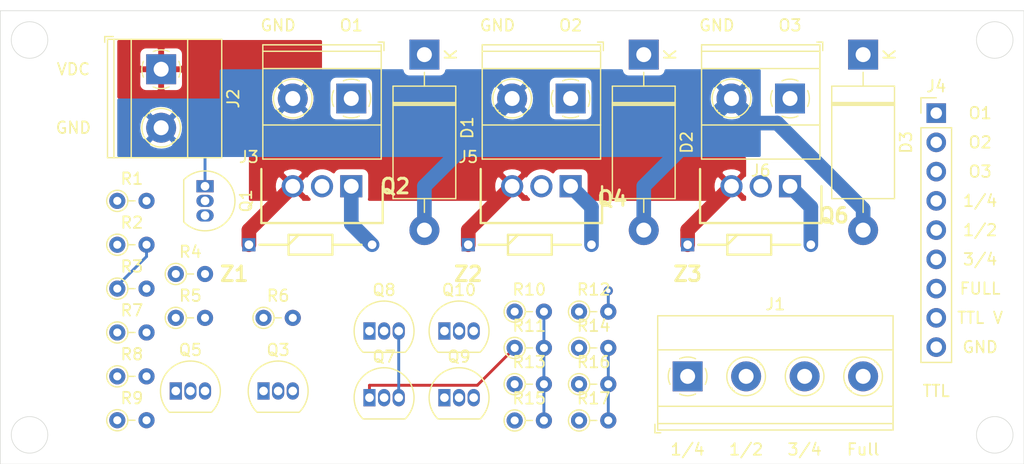
<source format=kicad_pcb>
(kicad_pcb (version 20171130) (host pcbnew "(5.1.9)-1")

  (general
    (thickness 1.6)
    (drawings 30)
    (tracks 242)
    (zones 0)
    (modules 39)
    (nets 24)
  )

  (page A4)
  (layers
    (0 F.Cu signal)
    (1 In1.Cu signal)
    (2 In2.Cu signal)
    (31 B.Cu signal)
    (32 B.Adhes user)
    (33 F.Adhes user)
    (34 B.Paste user)
    (35 F.Paste user)
    (36 B.SilkS user)
    (37 F.SilkS user)
    (38 B.Mask user)
    (39 F.Mask user)
    (40 Dwgs.User user)
    (41 Cmts.User user)
    (42 Eco1.User user)
    (43 Eco2.User user)
    (44 Edge.Cuts user)
    (45 Margin user)
    (46 B.CrtYd user)
    (47 F.CrtYd user)
    (48 B.Fab user)
    (49 F.Fab user)
  )

  (setup
    (last_trace_width 1.27)
    (user_trace_width 0.508)
    (user_trace_width 0.762)
    (user_trace_width 1.27)
    (trace_clearance 0.2)
    (zone_clearance 0.508)
    (zone_45_only no)
    (trace_min 0.2)
    (via_size 0.8)
    (via_drill 0.4)
    (via_min_size 0.4)
    (via_min_drill 0.3)
    (uvia_size 0.3)
    (uvia_drill 0.1)
    (uvias_allowed no)
    (uvia_min_size 0.2)
    (uvia_min_drill 0.1)
    (edge_width 0.05)
    (segment_width 0.2)
    (pcb_text_width 0.3)
    (pcb_text_size 1.5 1.5)
    (mod_edge_width 0.12)
    (mod_text_size 1 1)
    (mod_text_width 0.15)
    (pad_size 1.524 1.524)
    (pad_drill 0.762)
    (pad_to_mask_clearance 0)
    (aux_axis_origin 0 0)
    (visible_elements FFFFFF7F)
    (pcbplotparams
      (layerselection 0x010fc_ffffffff)
      (usegerberextensions false)
      (usegerberattributes true)
      (usegerberadvancedattributes true)
      (creategerberjobfile true)
      (excludeedgelayer true)
      (linewidth 0.100000)
      (plotframeref false)
      (viasonmask false)
      (mode 1)
      (useauxorigin false)
      (hpglpennumber 1)
      (hpglpenspeed 20)
      (hpglpendiameter 15.000000)
      (psnegative false)
      (psa4output false)
      (plotreference true)
      (plotvalue true)
      (plotinvisibletext false)
      (padsonsilk false)
      (subtractmaskfromsilk false)
      (outputformat 1)
      (mirror false)
      (drillshape 0)
      (scaleselection 1)
      (outputdirectory "../FabFiles/"))
  )

  (net 0 "")
  (net 1 GND)
  (net 2 "Net-(D1-Pad1)")
  (net 3 "Net-(D2-Pad1)")
  (net 4 "Net-(D3-Pad1)")
  (net 5 "Net-(Q1-Pad3)")
  (net 6 "Net-(J4-Pad3)")
  (net 7 +VDC)
  (net 8 "Net-(Q2-Pad1)")
  (net 9 "Net-(Q3-Pad3)")
  (net 10 "Net-(J4-Pad2)")
  (net 11 "Net-(Q4-Pad1)")
  (net 12 "Net-(Q5-Pad3)")
  (net 13 "Net-(J4-Pad1)")
  (net 14 "Net-(Q6-Pad1)")
  (net 15 "/Tank Level Sensors/TTL1-4")
  (net 16 VBUS)
  (net 17 "/Tank Level Sensors/VIN1-4")
  (net 18 "/Tank Level Sensors/TTL1-2")
  (net 19 "/Tank Level Sensors/VIN1-2")
  (net 20 "/Tank Level Sensors/TTL3-4")
  (net 21 "/Tank Level Sensors/VIN3-4")
  (net 22 "/Tank Level Sensors/TTL4-4")
  (net 23 "/Tank Level Sensors/VIN4-4")

  (net_class Default "This is the default net class."
    (clearance 0.2)
    (trace_width 0.25)
    (via_dia 0.8)
    (via_drill 0.4)
    (uvia_dia 0.3)
    (uvia_drill 0.1)
    (add_net +VDC)
    (add_net "/Tank Level Sensors/TTL1-2")
    (add_net "/Tank Level Sensors/TTL1-4")
    (add_net "/Tank Level Sensors/TTL3-4")
    (add_net "/Tank Level Sensors/TTL4-4")
    (add_net "/Tank Level Sensors/VIN1-2")
    (add_net "/Tank Level Sensors/VIN1-4")
    (add_net "/Tank Level Sensors/VIN3-4")
    (add_net "/Tank Level Sensors/VIN4-4")
    (add_net GND)
    (add_net "Net-(D1-Pad1)")
    (add_net "Net-(D2-Pad1)")
    (add_net "Net-(D3-Pad1)")
    (add_net "Net-(J4-Pad1)")
    (add_net "Net-(J4-Pad2)")
    (add_net "Net-(J4-Pad3)")
    (add_net "Net-(Q1-Pad3)")
    (add_net "Net-(Q2-Pad1)")
    (add_net "Net-(Q3-Pad3)")
    (add_net "Net-(Q4-Pad1)")
    (add_net "Net-(Q5-Pad3)")
    (add_net "Net-(Q6-Pad1)")
    (add_net VBUS)
  )

  (module SamacSys_Parts:DIOAD1068W53L380D172 (layer F.Cu) (tedit 0) (tstamp 6162964F)
    (at 135.89 133.35)
    (descr DO-35-ren2)
    (tags "Zener Diode")
    (path /6169E938)
    (fp_text reference Z3 (at 0 2.54) (layer F.SilkS)
      (effects (font (size 1.27 1.27) (thickness 0.254)))
    )
    (fp_text value BZX79C10 (at 0 0) (layer F.SilkS) hide
      (effects (font (size 1.27 1.27) (thickness 0.254)))
    )
    (fp_text user %R (at 0 0) (layer F.Fab)
      (effects (font (size 1.27 1.27) (thickness 0.254)))
    )
    (fp_line (start -0.825 -1.21) (end 11.525 -1.21) (layer F.CrtYd) (width 0.05))
    (fp_line (start 11.525 -1.21) (end 11.525 1.21) (layer F.CrtYd) (width 0.05))
    (fp_line (start 11.525 1.21) (end -0.825 1.21) (layer F.CrtYd) (width 0.05))
    (fp_line (start -0.825 1.21) (end -0.825 -1.21) (layer F.CrtYd) (width 0.05))
    (fp_line (start 3.448 -0.86) (end 7.253 -0.86) (layer F.Fab) (width 0.1))
    (fp_line (start 7.253 -0.86) (end 7.253 0.86) (layer F.Fab) (width 0.1))
    (fp_line (start 7.253 0.86) (end 3.448 0.86) (layer F.Fab) (width 0.1))
    (fp_line (start 3.448 0.86) (end 3.448 -0.86) (layer F.Fab) (width 0.1))
    (fp_line (start 3.448 0) (end 4.308 -0.86) (layer F.Fab) (width 0.1))
    (fp_line (start 0 0) (end 3.448 0) (layer F.Fab) (width 0.1))
    (fp_line (start 7.252 0) (end 10.7 0) (layer F.Fab) (width 0.1))
    (fp_line (start 3.448 -0.86) (end 7.252 -0.86) (layer F.SilkS) (width 0.2))
    (fp_line (start 7.252 -0.86) (end 7.252 0.86) (layer F.SilkS) (width 0.2))
    (fp_line (start 7.252 0.86) (end 3.448 0.86) (layer F.SilkS) (width 0.2))
    (fp_line (start 3.448 0.86) (end 3.448 -0.86) (layer F.SilkS) (width 0.2))
    (fp_line (start 3.448 0) (end 4.308 -0.86) (layer F.SilkS) (width 0.2))
    (fp_line (start 0.925 0) (end 3.448 0) (layer F.SilkS) (width 0.2))
    (fp_line (start 7.252 0) (end 9.775 0) (layer F.SilkS) (width 0.2))
    (pad 2 thru_hole circle (at 10.7 0) (size 1.15 1.15) (drill 0.75) (layers *.Cu *.Mask)
      (net 14 "Net-(Q6-Pad1)"))
    (pad 1 thru_hole rect (at 0 0) (size 1.15 1.15) (drill 0.75) (layers *.Cu *.Mask)
      (net 7 +VDC))
    (model C:\SamacSys_PCB_Library\KiCad\SamacSys_Parts.3dshapes\BZX79C10.stp
      (at (xyz 0 0 0))
      (scale (xyz 1 1 1))
      (rotate (xyz 0 0 0))
    )
  )

  (module SamacSys_Parts:DIOAD1068W53L380D172 (layer F.Cu) (tedit 0) (tstamp 61629636)
    (at 116.84 133.35)
    (descr DO-35-ren2)
    (tags "Zener Diode")
    (path /6169801E)
    (fp_text reference Z2 (at 0 2.54) (layer F.SilkS)
      (effects (font (size 1.27 1.27) (thickness 0.254)))
    )
    (fp_text value BZX79C10 (at 0 0) (layer F.SilkS) hide
      (effects (font (size 1.27 1.27) (thickness 0.254)))
    )
    (fp_text user %R (at 0 0) (layer F.Fab)
      (effects (font (size 1.27 1.27) (thickness 0.254)))
    )
    (fp_line (start -0.825 -1.21) (end 11.525 -1.21) (layer F.CrtYd) (width 0.05))
    (fp_line (start 11.525 -1.21) (end 11.525 1.21) (layer F.CrtYd) (width 0.05))
    (fp_line (start 11.525 1.21) (end -0.825 1.21) (layer F.CrtYd) (width 0.05))
    (fp_line (start -0.825 1.21) (end -0.825 -1.21) (layer F.CrtYd) (width 0.05))
    (fp_line (start 3.448 -0.86) (end 7.253 -0.86) (layer F.Fab) (width 0.1))
    (fp_line (start 7.253 -0.86) (end 7.253 0.86) (layer F.Fab) (width 0.1))
    (fp_line (start 7.253 0.86) (end 3.448 0.86) (layer F.Fab) (width 0.1))
    (fp_line (start 3.448 0.86) (end 3.448 -0.86) (layer F.Fab) (width 0.1))
    (fp_line (start 3.448 0) (end 4.308 -0.86) (layer F.Fab) (width 0.1))
    (fp_line (start 0 0) (end 3.448 0) (layer F.Fab) (width 0.1))
    (fp_line (start 7.252 0) (end 10.7 0) (layer F.Fab) (width 0.1))
    (fp_line (start 3.448 -0.86) (end 7.252 -0.86) (layer F.SilkS) (width 0.2))
    (fp_line (start 7.252 -0.86) (end 7.252 0.86) (layer F.SilkS) (width 0.2))
    (fp_line (start 7.252 0.86) (end 3.448 0.86) (layer F.SilkS) (width 0.2))
    (fp_line (start 3.448 0.86) (end 3.448 -0.86) (layer F.SilkS) (width 0.2))
    (fp_line (start 3.448 0) (end 4.308 -0.86) (layer F.SilkS) (width 0.2))
    (fp_line (start 0.925 0) (end 3.448 0) (layer F.SilkS) (width 0.2))
    (fp_line (start 7.252 0) (end 9.775 0) (layer F.SilkS) (width 0.2))
    (pad 2 thru_hole circle (at 10.7 0) (size 1.15 1.15) (drill 0.75) (layers *.Cu *.Mask)
      (net 11 "Net-(Q4-Pad1)"))
    (pad 1 thru_hole rect (at 0 0) (size 1.15 1.15) (drill 0.75) (layers *.Cu *.Mask)
      (net 7 +VDC))
    (model C:\SamacSys_PCB_Library\KiCad\SamacSys_Parts.3dshapes\BZX79C10.stp
      (at (xyz 0 0 0))
      (scale (xyz 1 1 1))
      (rotate (xyz 0 0 0))
    )
  )

  (module SamacSys_Parts:DIOAD1068W53L380D172 (layer F.Cu) (tedit 0) (tstamp 6162961D)
    (at 97.79 133.35)
    (descr DO-35-ren2)
    (tags "Zener Diode")
    (path /616628DF)
    (fp_text reference Z1 (at -1.27 2.54) (layer F.SilkS)
      (effects (font (size 1.27 1.27) (thickness 0.254)))
    )
    (fp_text value BZX79C10 (at 0 0) (layer F.SilkS) hide
      (effects (font (size 1.27 1.27) (thickness 0.254)))
    )
    (fp_text user %R (at 0 0) (layer F.Fab)
      (effects (font (size 1.27 1.27) (thickness 0.254)))
    )
    (fp_line (start -0.825 -1.21) (end 11.525 -1.21) (layer F.CrtYd) (width 0.05))
    (fp_line (start 11.525 -1.21) (end 11.525 1.21) (layer F.CrtYd) (width 0.05))
    (fp_line (start 11.525 1.21) (end -0.825 1.21) (layer F.CrtYd) (width 0.05))
    (fp_line (start -0.825 1.21) (end -0.825 -1.21) (layer F.CrtYd) (width 0.05))
    (fp_line (start 3.448 -0.86) (end 7.253 -0.86) (layer F.Fab) (width 0.1))
    (fp_line (start 7.253 -0.86) (end 7.253 0.86) (layer F.Fab) (width 0.1))
    (fp_line (start 7.253 0.86) (end 3.448 0.86) (layer F.Fab) (width 0.1))
    (fp_line (start 3.448 0.86) (end 3.448 -0.86) (layer F.Fab) (width 0.1))
    (fp_line (start 3.448 0) (end 4.308 -0.86) (layer F.Fab) (width 0.1))
    (fp_line (start 0 0) (end 3.448 0) (layer F.Fab) (width 0.1))
    (fp_line (start 7.252 0) (end 10.7 0) (layer F.Fab) (width 0.1))
    (fp_line (start 3.448 -0.86) (end 7.252 -0.86) (layer F.SilkS) (width 0.2))
    (fp_line (start 7.252 -0.86) (end 7.252 0.86) (layer F.SilkS) (width 0.2))
    (fp_line (start 7.252 0.86) (end 3.448 0.86) (layer F.SilkS) (width 0.2))
    (fp_line (start 3.448 0.86) (end 3.448 -0.86) (layer F.SilkS) (width 0.2))
    (fp_line (start 3.448 0) (end 4.308 -0.86) (layer F.SilkS) (width 0.2))
    (fp_line (start 0.925 0) (end 3.448 0) (layer F.SilkS) (width 0.2))
    (fp_line (start 7.252 0) (end 9.775 0) (layer F.SilkS) (width 0.2))
    (pad 2 thru_hole circle (at 10.7 0) (size 1.15 1.15) (drill 0.75) (layers *.Cu *.Mask)
      (net 8 "Net-(Q2-Pad1)"))
    (pad 1 thru_hole rect (at 0 0) (size 1.15 1.15) (drill 0.75) (layers *.Cu *.Mask)
      (net 7 +VDC))
    (model C:\SamacSys_PCB_Library\KiCad\SamacSys_Parts.3dshapes\BZX79C10.stp
      (at (xyz 0 0 0))
      (scale (xyz 1 1 1))
      (rotate (xyz 0 0 0))
    )
  )

  (module SamacSys_Parts:TO254P469X1042X1967-3P (layer F.Cu) (tedit 0) (tstamp 616294BD)
    (at 144.78 128.27 180)
    (descr "3-pin to-220ab")
    (tags "MOSFET (P-Channel)")
    (path /6169E957)
    (fp_text reference Q6 (at -3.81 -2.54) (layer F.SilkS)
      (effects (font (size 1.27 1.27) (thickness 0.254)))
    )
    (fp_text value IRF9Z34NPBF (at 0 0) (layer F.SilkS) hide
      (effects (font (size 1.27 1.27) (thickness 0.254)))
    )
    (fp_text user %R (at 0 0) (layer F.Fab)
      (effects (font (size 1.27 1.27) (thickness 0.254)))
    )
    (fp_line (start -2.98 -3.445) (end 8.06 -3.445) (layer F.CrtYd) (width 0.05))
    (fp_line (start 8.06 -3.445) (end 8.06 1.745) (layer F.CrtYd) (width 0.05))
    (fp_line (start 8.06 1.745) (end -2.98 1.745) (layer F.CrtYd) (width 0.05))
    (fp_line (start -2.98 1.745) (end -2.98 -3.445) (layer F.CrtYd) (width 0.05))
    (fp_line (start -2.73 -3.195) (end 7.81 -3.195) (layer F.Fab) (width 0.1))
    (fp_line (start 7.81 -3.195) (end 7.81 1.495) (layer F.Fab) (width 0.1))
    (fp_line (start 7.81 1.495) (end -2.73 1.495) (layer F.Fab) (width 0.1))
    (fp_line (start -2.73 1.495) (end -2.73 -3.195) (layer F.Fab) (width 0.1))
    (fp_line (start -2.73 -1.925) (end -1.46 -3.195) (layer F.Fab) (width 0.1))
    (fp_line (start 7.81 1.495) (end 7.81 -3.195) (layer F.SilkS) (width 0.2))
    (fp_line (start 7.81 -3.195) (end -2.73 -3.195) (layer F.SilkS) (width 0.2))
    (fp_line (start -2.73 -3.195) (end -2.73 0) (layer F.SilkS) (width 0.2))
    (pad 3 thru_hole circle (at 5.08 0 180) (size 1.92 1.92) (drill 1.28) (layers *.Cu *.Mask)
      (net 7 +VDC))
    (pad 2 thru_hole circle (at 2.54 0 180) (size 1.92 1.92) (drill 1.28) (layers *.Cu *.Mask)
      (net 4 "Net-(D3-Pad1)"))
    (pad 1 thru_hole rect (at 0 0 180) (size 1.92 1.92) (drill 1.28) (layers *.Cu *.Mask)
      (net 14 "Net-(Q6-Pad1)"))
    (model C:\SamacSys_PCB_Library\KiCad\SamacSys_Parts.3dshapes\IRF9Z34NPBF.stp
      (at (xyz 0 0 0))
      (scale (xyz 1 1 1))
      (rotate (xyz 0 0 0))
    )
  )

  (module SamacSys_Parts:TO254P469X1042X1967-3P (layer F.Cu) (tedit 0) (tstamp 61629497)
    (at 125.73 128.27 180)
    (descr "3-pin to-220ab")
    (tags "MOSFET (P-Channel)")
    (path /6169803D)
    (fp_text reference Q4 (at -3.625 -1.075) (layer F.SilkS)
      (effects (font (size 1.27 1.27) (thickness 0.254)))
    )
    (fp_text value IRF9Z34NPBF (at 0 0) (layer F.SilkS) hide
      (effects (font (size 1.27 1.27) (thickness 0.254)))
    )
    (fp_text user %R (at 0 0) (layer F.Fab)
      (effects (font (size 1.27 1.27) (thickness 0.254)))
    )
    (fp_line (start -2.98 -3.445) (end 8.06 -3.445) (layer F.CrtYd) (width 0.05))
    (fp_line (start 8.06 -3.445) (end 8.06 1.745) (layer F.CrtYd) (width 0.05))
    (fp_line (start 8.06 1.745) (end -2.98 1.745) (layer F.CrtYd) (width 0.05))
    (fp_line (start -2.98 1.745) (end -2.98 -3.445) (layer F.CrtYd) (width 0.05))
    (fp_line (start -2.73 -3.195) (end 7.81 -3.195) (layer F.Fab) (width 0.1))
    (fp_line (start 7.81 -3.195) (end 7.81 1.495) (layer F.Fab) (width 0.1))
    (fp_line (start 7.81 1.495) (end -2.73 1.495) (layer F.Fab) (width 0.1))
    (fp_line (start -2.73 1.495) (end -2.73 -3.195) (layer F.Fab) (width 0.1))
    (fp_line (start -2.73 -1.925) (end -1.46 -3.195) (layer F.Fab) (width 0.1))
    (fp_line (start 7.81 1.495) (end 7.81 -3.195) (layer F.SilkS) (width 0.2))
    (fp_line (start 7.81 -3.195) (end -2.73 -3.195) (layer F.SilkS) (width 0.2))
    (fp_line (start -2.73 -3.195) (end -2.73 0) (layer F.SilkS) (width 0.2))
    (pad 3 thru_hole circle (at 5.08 0 180) (size 1.92 1.92) (drill 1.28) (layers *.Cu *.Mask)
      (net 7 +VDC))
    (pad 2 thru_hole circle (at 2.54 0 180) (size 1.92 1.92) (drill 1.28) (layers *.Cu *.Mask)
      (net 3 "Net-(D2-Pad1)"))
    (pad 1 thru_hole rect (at 0 0 180) (size 1.92 1.92) (drill 1.28) (layers *.Cu *.Mask)
      (net 11 "Net-(Q4-Pad1)"))
    (model C:\SamacSys_PCB_Library\KiCad\SamacSys_Parts.3dshapes\IRF9Z34NPBF.stp
      (at (xyz 0 0 0))
      (scale (xyz 1 1 1))
      (rotate (xyz 0 0 0))
    )
  )

  (module SamacSys_Parts:TO254P469X1042X1967-3P (layer F.Cu) (tedit 0) (tstamp 61629471)
    (at 106.68 128.27 180)
    (descr "3-pin to-220ab")
    (tags "MOSFET (P-Channel)")
    (path /616628FE)
    (fp_text reference Q2 (at -3.81 0) (layer F.SilkS)
      (effects (font (size 1.27 1.27) (thickness 0.254)))
    )
    (fp_text value IRF9Z34NPBF (at 0 0) (layer F.SilkS) hide
      (effects (font (size 1.27 1.27) (thickness 0.254)))
    )
    (fp_text user %R (at 0 0) (layer F.Fab)
      (effects (font (size 1.27 1.27) (thickness 0.254)))
    )
    (fp_line (start -2.98 -3.445) (end 8.06 -3.445) (layer F.CrtYd) (width 0.05))
    (fp_line (start 8.06 -3.445) (end 8.06 1.745) (layer F.CrtYd) (width 0.05))
    (fp_line (start 8.06 1.745) (end -2.98 1.745) (layer F.CrtYd) (width 0.05))
    (fp_line (start -2.98 1.745) (end -2.98 -3.445) (layer F.CrtYd) (width 0.05))
    (fp_line (start -2.73 -3.195) (end 7.81 -3.195) (layer F.Fab) (width 0.1))
    (fp_line (start 7.81 -3.195) (end 7.81 1.495) (layer F.Fab) (width 0.1))
    (fp_line (start 7.81 1.495) (end -2.73 1.495) (layer F.Fab) (width 0.1))
    (fp_line (start -2.73 1.495) (end -2.73 -3.195) (layer F.Fab) (width 0.1))
    (fp_line (start -2.73 -1.925) (end -1.46 -3.195) (layer F.Fab) (width 0.1))
    (fp_line (start 7.81 1.495) (end 7.81 -3.195) (layer F.SilkS) (width 0.2))
    (fp_line (start 7.81 -3.195) (end -2.73 -3.195) (layer F.SilkS) (width 0.2))
    (fp_line (start -2.73 -3.195) (end -2.73 0) (layer F.SilkS) (width 0.2))
    (pad 3 thru_hole circle (at 5.08 0 180) (size 1.92 1.92) (drill 1.28) (layers *.Cu *.Mask)
      (net 7 +VDC))
    (pad 2 thru_hole circle (at 2.54 0 180) (size 1.92 1.92) (drill 1.28) (layers *.Cu *.Mask)
      (net 2 "Net-(D1-Pad1)"))
    (pad 1 thru_hole rect (at 0 0 180) (size 1.92 1.92) (drill 1.28) (layers *.Cu *.Mask)
      (net 8 "Net-(Q2-Pad1)"))
    (model C:\SamacSys_PCB_Library\KiCad\SamacSys_Parts.3dshapes\IRF9Z34NPBF.stp
      (at (xyz 0 0 0))
      (scale (xyz 1 1 1))
      (rotate (xyz 0 0 0))
    )
  )

  (module TerminalBlock_Phoenix:TerminalBlock_Phoenix_MKDS-1,5-2-5.08_1x02_P5.08mm_Horizontal (layer F.Cu) (tedit 5B294EBC) (tstamp 6162AF01)
    (at 90.17 118.11 270)
    (descr "Terminal Block Phoenix MKDS-1,5-2-5.08, 2 pins, pitch 5.08mm, size 10.2x9.8mm^2, drill diamater 1.3mm, pad diameter 2.6mm, see http://www.farnell.com/datasheets/100425.pdf, script-generated using https://github.com/pointhi/kicad-footprint-generator/scripts/TerminalBlock_Phoenix")
    (tags "THT Terminal Block Phoenix MKDS-1,5-2-5.08 pitch 5.08mm size 10.2x9.8mm^2 drill 1.3mm pad 2.6mm")
    (path /616C74BB)
    (fp_text reference J2 (at 2.54 -6.26 90) (layer F.SilkS)
      (effects (font (size 1 1) (thickness 0.15)))
    )
    (fp_text value Screw_Terminal_01x02 (at 2.54 5.66 90) (layer F.Fab)
      (effects (font (size 1 1) (thickness 0.15)))
    )
    (fp_text user %R (at 2.54 3.2 90) (layer F.Fab)
      (effects (font (size 1 1) (thickness 0.15)))
    )
    (fp_arc (start 0 0) (end -0.684 1.535) (angle -25) (layer F.SilkS) (width 0.12))
    (fp_arc (start 0 0) (end -1.535 -0.684) (angle -48) (layer F.SilkS) (width 0.12))
    (fp_arc (start 0 0) (end 0.684 -1.535) (angle -48) (layer F.SilkS) (width 0.12))
    (fp_arc (start 0 0) (end 1.535 0.684) (angle -48) (layer F.SilkS) (width 0.12))
    (fp_arc (start 0 0) (end 0 1.68) (angle -24) (layer F.SilkS) (width 0.12))
    (fp_circle (center 0 0) (end 1.5 0) (layer F.Fab) (width 0.1))
    (fp_circle (center 5.08 0) (end 6.58 0) (layer F.Fab) (width 0.1))
    (fp_circle (center 5.08 0) (end 6.76 0) (layer F.SilkS) (width 0.12))
    (fp_line (start -2.54 -5.2) (end 7.62 -5.2) (layer F.Fab) (width 0.1))
    (fp_line (start 7.62 -5.2) (end 7.62 4.6) (layer F.Fab) (width 0.1))
    (fp_line (start 7.62 4.6) (end -2.04 4.6) (layer F.Fab) (width 0.1))
    (fp_line (start -2.04 4.6) (end -2.54 4.1) (layer F.Fab) (width 0.1))
    (fp_line (start -2.54 4.1) (end -2.54 -5.2) (layer F.Fab) (width 0.1))
    (fp_line (start -2.54 4.1) (end 7.62 4.1) (layer F.Fab) (width 0.1))
    (fp_line (start -2.6 4.1) (end 7.68 4.1) (layer F.SilkS) (width 0.12))
    (fp_line (start -2.54 2.6) (end 7.62 2.6) (layer F.Fab) (width 0.1))
    (fp_line (start -2.6 2.6) (end 7.68 2.6) (layer F.SilkS) (width 0.12))
    (fp_line (start -2.54 -2.3) (end 7.62 -2.3) (layer F.Fab) (width 0.1))
    (fp_line (start -2.6 -2.301) (end 7.68 -2.301) (layer F.SilkS) (width 0.12))
    (fp_line (start -2.6 -5.261) (end 7.68 -5.261) (layer F.SilkS) (width 0.12))
    (fp_line (start -2.6 4.66) (end 7.68 4.66) (layer F.SilkS) (width 0.12))
    (fp_line (start -2.6 -5.261) (end -2.6 4.66) (layer F.SilkS) (width 0.12))
    (fp_line (start 7.68 -5.261) (end 7.68 4.66) (layer F.SilkS) (width 0.12))
    (fp_line (start 1.138 -0.955) (end -0.955 1.138) (layer F.Fab) (width 0.1))
    (fp_line (start 0.955 -1.138) (end -1.138 0.955) (layer F.Fab) (width 0.1))
    (fp_line (start 6.218 -0.955) (end 4.126 1.138) (layer F.Fab) (width 0.1))
    (fp_line (start 6.035 -1.138) (end 3.943 0.955) (layer F.Fab) (width 0.1))
    (fp_line (start 6.355 -1.069) (end 6.308 -1.023) (layer F.SilkS) (width 0.12))
    (fp_line (start 4.046 1.239) (end 4.011 1.274) (layer F.SilkS) (width 0.12))
    (fp_line (start 6.15 -1.275) (end 6.115 -1.239) (layer F.SilkS) (width 0.12))
    (fp_line (start 3.853 1.023) (end 3.806 1.069) (layer F.SilkS) (width 0.12))
    (fp_line (start -2.84 4.16) (end -2.84 4.9) (layer F.SilkS) (width 0.12))
    (fp_line (start -2.84 4.9) (end -2.34 4.9) (layer F.SilkS) (width 0.12))
    (fp_line (start -3.04 -5.71) (end -3.04 5.1) (layer F.CrtYd) (width 0.05))
    (fp_line (start -3.04 5.1) (end 8.13 5.1) (layer F.CrtYd) (width 0.05))
    (fp_line (start 8.13 5.1) (end 8.13 -5.71) (layer F.CrtYd) (width 0.05))
    (fp_line (start 8.13 -5.71) (end -3.04 -5.71) (layer F.CrtYd) (width 0.05))
    (pad 2 thru_hole circle (at 5.08 0 270) (size 2.6 2.6) (drill 1.3) (layers *.Cu *.Mask)
      (net 1 GND))
    (pad 1 thru_hole rect (at 0 0 270) (size 2.6 2.6) (drill 1.3) (layers *.Cu *.Mask)
      (net 7 +VDC))
    (model ${KISYS3DMOD}/TerminalBlock_Phoenix.3dshapes/TerminalBlock_Phoenix_MKDS-1,5-2-5.08_1x02_P5.08mm_Horizontal.wrl
      (at (xyz 0 0 0))
      (scale (xyz 1 1 1))
      (rotate (xyz 0 0 0))
    )
  )

  (module Connector_PinHeader_2.54mm:PinHeader_1x09_P2.54mm_Vertical (layer F.Cu) (tedit 59FED5CC) (tstamp 6162A2AF)
    (at 157.48 121.92)
    (descr "Through hole straight pin header, 1x09, 2.54mm pitch, single row")
    (tags "Through hole pin header THT 1x09 2.54mm single row")
    (path /616A6DBA)
    (fp_text reference J4 (at 0 -2.33) (layer F.SilkS)
      (effects (font (size 1 1) (thickness 0.15)))
    )
    (fp_text value Conn_01x09 (at 0 22.65) (layer F.Fab)
      (effects (font (size 1 1) (thickness 0.15)))
    )
    (fp_text user %R (at 0 10.16 90) (layer F.Fab)
      (effects (font (size 1 1) (thickness 0.15)))
    )
    (fp_line (start -0.635 -1.27) (end 1.27 -1.27) (layer F.Fab) (width 0.1))
    (fp_line (start 1.27 -1.27) (end 1.27 21.59) (layer F.Fab) (width 0.1))
    (fp_line (start 1.27 21.59) (end -1.27 21.59) (layer F.Fab) (width 0.1))
    (fp_line (start -1.27 21.59) (end -1.27 -0.635) (layer F.Fab) (width 0.1))
    (fp_line (start -1.27 -0.635) (end -0.635 -1.27) (layer F.Fab) (width 0.1))
    (fp_line (start -1.33 21.65) (end 1.33 21.65) (layer F.SilkS) (width 0.12))
    (fp_line (start -1.33 1.27) (end -1.33 21.65) (layer F.SilkS) (width 0.12))
    (fp_line (start 1.33 1.27) (end 1.33 21.65) (layer F.SilkS) (width 0.12))
    (fp_line (start -1.33 1.27) (end 1.33 1.27) (layer F.SilkS) (width 0.12))
    (fp_line (start -1.33 0) (end -1.33 -1.33) (layer F.SilkS) (width 0.12))
    (fp_line (start -1.33 -1.33) (end 0 -1.33) (layer F.SilkS) (width 0.12))
    (fp_line (start -1.8 -1.8) (end -1.8 22.1) (layer F.CrtYd) (width 0.05))
    (fp_line (start -1.8 22.1) (end 1.8 22.1) (layer F.CrtYd) (width 0.05))
    (fp_line (start 1.8 22.1) (end 1.8 -1.8) (layer F.CrtYd) (width 0.05))
    (fp_line (start 1.8 -1.8) (end -1.8 -1.8) (layer F.CrtYd) (width 0.05))
    (pad 9 thru_hole oval (at 0 20.32) (size 1.7 1.7) (drill 1) (layers *.Cu *.Mask)
      (net 1 GND))
    (pad 8 thru_hole oval (at 0 17.78) (size 1.7 1.7) (drill 1) (layers *.Cu *.Mask)
      (net 16 VBUS))
    (pad 7 thru_hole oval (at 0 15.24) (size 1.7 1.7) (drill 1) (layers *.Cu *.Mask)
      (net 22 "/Tank Level Sensors/TTL4-4"))
    (pad 6 thru_hole oval (at 0 12.7) (size 1.7 1.7) (drill 1) (layers *.Cu *.Mask)
      (net 20 "/Tank Level Sensors/TTL3-4"))
    (pad 5 thru_hole oval (at 0 10.16) (size 1.7 1.7) (drill 1) (layers *.Cu *.Mask)
      (net 18 "/Tank Level Sensors/TTL1-2"))
    (pad 4 thru_hole oval (at 0 7.62) (size 1.7 1.7) (drill 1) (layers *.Cu *.Mask)
      (net 15 "/Tank Level Sensors/TTL1-4"))
    (pad 3 thru_hole oval (at 0 5.08) (size 1.7 1.7) (drill 1) (layers *.Cu *.Mask)
      (net 6 "Net-(J4-Pad3)"))
    (pad 2 thru_hole oval (at 0 2.54) (size 1.7 1.7) (drill 1) (layers *.Cu *.Mask)
      (net 10 "Net-(J4-Pad2)"))
    (pad 1 thru_hole rect (at 0 0) (size 1.7 1.7) (drill 1) (layers *.Cu *.Mask)
      (net 13 "Net-(J4-Pad1)"))
    (model ${KISYS3DMOD}/Connector_PinHeader_2.54mm.3dshapes/PinHeader_1x09_P2.54mm_Vertical.wrl
      (at (xyz 0 0 0))
      (scale (xyz 1 1 1))
      (rotate (xyz 0 0 0))
    )
  )

  (module TerminalBlock_Phoenix:TerminalBlock_Phoenix_MKDS-1,5-4-5.08_1x04_P5.08mm_Horizontal (layer F.Cu) (tedit 5B294EBC) (tstamp 6162A207)
    (at 135.89 144.78)
    (descr "Terminal Block Phoenix MKDS-1,5-4-5.08, 4 pins, pitch 5.08mm, size 20.3x9.8mm^2, drill diamater 1.3mm, pad diameter 2.6mm, see http://www.farnell.com/datasheets/100425.pdf, script-generated using https://github.com/pointhi/kicad-footprint-generator/scripts/TerminalBlock_Phoenix")
    (tags "THT Terminal Block Phoenix MKDS-1,5-4-5.08 pitch 5.08mm size 20.3x9.8mm^2 drill 1.3mm pad 2.6mm")
    (path /6164244A)
    (fp_text reference J1 (at 7.62 -6.26) (layer F.SilkS)
      (effects (font (size 1 1) (thickness 0.15)))
    )
    (fp_text value Screw_Terminal_01x04 (at 7.62 5.66) (layer F.Fab)
      (effects (font (size 1 1) (thickness 0.15)))
    )
    (fp_text user %R (at 7.62 3.2) (layer F.Fab)
      (effects (font (size 1 1) (thickness 0.15)))
    )
    (fp_arc (start 0 0) (end -0.684 1.535) (angle -25) (layer F.SilkS) (width 0.12))
    (fp_arc (start 0 0) (end -1.535 -0.684) (angle -48) (layer F.SilkS) (width 0.12))
    (fp_arc (start 0 0) (end 0.684 -1.535) (angle -48) (layer F.SilkS) (width 0.12))
    (fp_arc (start 0 0) (end 1.535 0.684) (angle -48) (layer F.SilkS) (width 0.12))
    (fp_arc (start 0 0) (end 0 1.68) (angle -24) (layer F.SilkS) (width 0.12))
    (fp_circle (center 0 0) (end 1.5 0) (layer F.Fab) (width 0.1))
    (fp_circle (center 5.08 0) (end 6.58 0) (layer F.Fab) (width 0.1))
    (fp_circle (center 5.08 0) (end 6.76 0) (layer F.SilkS) (width 0.12))
    (fp_circle (center 10.16 0) (end 11.66 0) (layer F.Fab) (width 0.1))
    (fp_circle (center 10.16 0) (end 11.84 0) (layer F.SilkS) (width 0.12))
    (fp_circle (center 15.24 0) (end 16.74 0) (layer F.Fab) (width 0.1))
    (fp_circle (center 15.24 0) (end 16.92 0) (layer F.SilkS) (width 0.12))
    (fp_line (start -2.54 -5.2) (end 17.78 -5.2) (layer F.Fab) (width 0.1))
    (fp_line (start 17.78 -5.2) (end 17.78 4.6) (layer F.Fab) (width 0.1))
    (fp_line (start 17.78 4.6) (end -2.04 4.6) (layer F.Fab) (width 0.1))
    (fp_line (start -2.04 4.6) (end -2.54 4.1) (layer F.Fab) (width 0.1))
    (fp_line (start -2.54 4.1) (end -2.54 -5.2) (layer F.Fab) (width 0.1))
    (fp_line (start -2.54 4.1) (end 17.78 4.1) (layer F.Fab) (width 0.1))
    (fp_line (start -2.6 4.1) (end 17.84 4.1) (layer F.SilkS) (width 0.12))
    (fp_line (start -2.54 2.6) (end 17.78 2.6) (layer F.Fab) (width 0.1))
    (fp_line (start -2.6 2.6) (end 17.84 2.6) (layer F.SilkS) (width 0.12))
    (fp_line (start -2.54 -2.3) (end 17.78 -2.3) (layer F.Fab) (width 0.1))
    (fp_line (start -2.6 -2.301) (end 17.84 -2.301) (layer F.SilkS) (width 0.12))
    (fp_line (start -2.6 -5.261) (end 17.84 -5.261) (layer F.SilkS) (width 0.12))
    (fp_line (start -2.6 4.66) (end 17.84 4.66) (layer F.SilkS) (width 0.12))
    (fp_line (start -2.6 -5.261) (end -2.6 4.66) (layer F.SilkS) (width 0.12))
    (fp_line (start 17.84 -5.261) (end 17.84 4.66) (layer F.SilkS) (width 0.12))
    (fp_line (start 1.138 -0.955) (end -0.955 1.138) (layer F.Fab) (width 0.1))
    (fp_line (start 0.955 -1.138) (end -1.138 0.955) (layer F.Fab) (width 0.1))
    (fp_line (start 6.218 -0.955) (end 4.126 1.138) (layer F.Fab) (width 0.1))
    (fp_line (start 6.035 -1.138) (end 3.943 0.955) (layer F.Fab) (width 0.1))
    (fp_line (start 6.355 -1.069) (end 6.308 -1.023) (layer F.SilkS) (width 0.12))
    (fp_line (start 4.046 1.239) (end 4.011 1.274) (layer F.SilkS) (width 0.12))
    (fp_line (start 6.15 -1.275) (end 6.115 -1.239) (layer F.SilkS) (width 0.12))
    (fp_line (start 3.853 1.023) (end 3.806 1.069) (layer F.SilkS) (width 0.12))
    (fp_line (start 11.298 -0.955) (end 9.206 1.138) (layer F.Fab) (width 0.1))
    (fp_line (start 11.115 -1.138) (end 9.023 0.955) (layer F.Fab) (width 0.1))
    (fp_line (start 11.435 -1.069) (end 11.388 -1.023) (layer F.SilkS) (width 0.12))
    (fp_line (start 9.126 1.239) (end 9.091 1.274) (layer F.SilkS) (width 0.12))
    (fp_line (start 11.23 -1.275) (end 11.195 -1.239) (layer F.SilkS) (width 0.12))
    (fp_line (start 8.933 1.023) (end 8.886 1.069) (layer F.SilkS) (width 0.12))
    (fp_line (start 16.378 -0.955) (end 14.286 1.138) (layer F.Fab) (width 0.1))
    (fp_line (start 16.195 -1.138) (end 14.103 0.955) (layer F.Fab) (width 0.1))
    (fp_line (start 16.515 -1.069) (end 16.468 -1.023) (layer F.SilkS) (width 0.12))
    (fp_line (start 14.206 1.239) (end 14.171 1.274) (layer F.SilkS) (width 0.12))
    (fp_line (start 16.31 -1.275) (end 16.275 -1.239) (layer F.SilkS) (width 0.12))
    (fp_line (start 14.013 1.023) (end 13.966 1.069) (layer F.SilkS) (width 0.12))
    (fp_line (start -2.84 4.16) (end -2.84 4.9) (layer F.SilkS) (width 0.12))
    (fp_line (start -2.84 4.9) (end -2.34 4.9) (layer F.SilkS) (width 0.12))
    (fp_line (start -3.04 -5.71) (end -3.04 5.1) (layer F.CrtYd) (width 0.05))
    (fp_line (start -3.04 5.1) (end 18.28 5.1) (layer F.CrtYd) (width 0.05))
    (fp_line (start 18.28 5.1) (end 18.28 -5.71) (layer F.CrtYd) (width 0.05))
    (fp_line (start 18.28 -5.71) (end -3.04 -5.71) (layer F.CrtYd) (width 0.05))
    (pad 4 thru_hole circle (at 15.24 0) (size 2.6 2.6) (drill 1.3) (layers *.Cu *.Mask)
      (net 23 "/Tank Level Sensors/VIN4-4"))
    (pad 3 thru_hole circle (at 10.16 0) (size 2.6 2.6) (drill 1.3) (layers *.Cu *.Mask)
      (net 21 "/Tank Level Sensors/VIN3-4"))
    (pad 2 thru_hole circle (at 5.08 0) (size 2.6 2.6) (drill 1.3) (layers *.Cu *.Mask)
      (net 19 "/Tank Level Sensors/VIN1-2"))
    (pad 1 thru_hole rect (at 0 0) (size 2.6 2.6) (drill 1.3) (layers *.Cu *.Mask)
      (net 17 "/Tank Level Sensors/VIN1-4"))
    (model ${KISYS3DMOD}/TerminalBlock_Phoenix.3dshapes/TerminalBlock_Phoenix_MKDS-1,5-4-5.08_1x04_P5.08mm_Horizontal.wrl
      (at (xyz 0 0 0))
      (scale (xyz 1 1 1))
      (rotate (xyz 0 0 0))
    )
  )

  (module Resistor_THT:R_Axial_DIN0204_L3.6mm_D1.6mm_P2.54mm_Vertical (layer F.Cu) (tedit 5AE5139B) (tstamp 61629604)
    (at 126.46 148.61)
    (descr "Resistor, Axial_DIN0204 series, Axial, Vertical, pin pitch=2.54mm, 0.167W, length*diameter=3.6*1.6mm^2, http://cdn-reichelt.de/documents/datenblatt/B400/1_4W%23YAG.pdf")
    (tags "Resistor Axial_DIN0204 series Axial Vertical pin pitch 2.54mm 0.167W length 3.6mm diameter 1.6mm")
    (path /61636365/6163E645)
    (fp_text reference R17 (at 1.27 -1.92) (layer F.SilkS)
      (effects (font (size 1 1) (thickness 0.15)))
    )
    (fp_text value 1M (at 1.27 1.92) (layer F.Fab)
      (effects (font (size 1 1) (thickness 0.15)))
    )
    (fp_text user %R (at 1.27 -1.92) (layer F.Fab)
      (effects (font (size 1 1) (thickness 0.15)))
    )
    (fp_circle (center 0 0) (end 0.8 0) (layer F.Fab) (width 0.1))
    (fp_circle (center 0 0) (end 0.92 0) (layer F.SilkS) (width 0.12))
    (fp_line (start 0 0) (end 2.54 0) (layer F.Fab) (width 0.1))
    (fp_line (start 0.92 0) (end 1.54 0) (layer F.SilkS) (width 0.12))
    (fp_line (start -1.05 -1.05) (end -1.05 1.05) (layer F.CrtYd) (width 0.05))
    (fp_line (start -1.05 1.05) (end 3.49 1.05) (layer F.CrtYd) (width 0.05))
    (fp_line (start 3.49 1.05) (end 3.49 -1.05) (layer F.CrtYd) (width 0.05))
    (fp_line (start 3.49 -1.05) (end -1.05 -1.05) (layer F.CrtYd) (width 0.05))
    (pad 2 thru_hole oval (at 2.54 0) (size 1.4 1.4) (drill 0.7) (layers *.Cu *.Mask)
      (net 1 GND))
    (pad 1 thru_hole circle (at 0 0) (size 1.4 1.4) (drill 0.7) (layers *.Cu *.Mask)
      (net 22 "/Tank Level Sensors/TTL4-4"))
    (model ${KISYS3DMOD}/Resistor_THT.3dshapes/R_Axial_DIN0204_L3.6mm_D1.6mm_P2.54mm_Vertical.wrl
      (at (xyz 0 0 0))
      (scale (xyz 1 1 1))
      (rotate (xyz 0 0 0))
    )
  )

  (module Resistor_THT:R_Axial_DIN0204_L3.6mm_D1.6mm_P2.54mm_Vertical (layer F.Cu) (tedit 5AE5139B) (tstamp 616295F5)
    (at 126.46 145.46)
    (descr "Resistor, Axial_DIN0204 series, Axial, Vertical, pin pitch=2.54mm, 0.167W, length*diameter=3.6*1.6mm^2, http://cdn-reichelt.de/documents/datenblatt/B400/1_4W%23YAG.pdf")
    (tags "Resistor Axial_DIN0204 series Axial Vertical pin pitch 2.54mm 0.167W length 3.6mm diameter 1.6mm")
    (path /61636365/6163E63F)
    (fp_text reference R16 (at 1.27 -1.92) (layer F.SilkS)
      (effects (font (size 1 1) (thickness 0.15)))
    )
    (fp_text value 1M (at 1.27 1.92) (layer F.Fab)
      (effects (font (size 1 1) (thickness 0.15)))
    )
    (fp_text user %R (at 1.27 -1.92) (layer F.Fab)
      (effects (font (size 1 1) (thickness 0.15)))
    )
    (fp_circle (center 0 0) (end 0.8 0) (layer F.Fab) (width 0.1))
    (fp_circle (center 0 0) (end 0.92 0) (layer F.SilkS) (width 0.12))
    (fp_line (start 0 0) (end 2.54 0) (layer F.Fab) (width 0.1))
    (fp_line (start 0.92 0) (end 1.54 0) (layer F.SilkS) (width 0.12))
    (fp_line (start -1.05 -1.05) (end -1.05 1.05) (layer F.CrtYd) (width 0.05))
    (fp_line (start -1.05 1.05) (end 3.49 1.05) (layer F.CrtYd) (width 0.05))
    (fp_line (start 3.49 1.05) (end 3.49 -1.05) (layer F.CrtYd) (width 0.05))
    (fp_line (start 3.49 -1.05) (end -1.05 -1.05) (layer F.CrtYd) (width 0.05))
    (pad 2 thru_hole oval (at 2.54 0) (size 1.4 1.4) (drill 0.7) (layers *.Cu *.Mask)
      (net 1 GND))
    (pad 1 thru_hole circle (at 0 0) (size 1.4 1.4) (drill 0.7) (layers *.Cu *.Mask)
      (net 23 "/Tank Level Sensors/VIN4-4"))
    (model ${KISYS3DMOD}/Resistor_THT.3dshapes/R_Axial_DIN0204_L3.6mm_D1.6mm_P2.54mm_Vertical.wrl
      (at (xyz 0 0 0))
      (scale (xyz 1 1 1))
      (rotate (xyz 0 0 0))
    )
  )

  (module Resistor_THT:R_Axial_DIN0204_L3.6mm_D1.6mm_P2.54mm_Vertical (layer F.Cu) (tedit 5AE5139B) (tstamp 616295E6)
    (at 120.87 148.61)
    (descr "Resistor, Axial_DIN0204 series, Axial, Vertical, pin pitch=2.54mm, 0.167W, length*diameter=3.6*1.6mm^2, http://cdn-reichelt.de/documents/datenblatt/B400/1_4W%23YAG.pdf")
    (tags "Resistor Axial_DIN0204 series Axial Vertical pin pitch 2.54mm 0.167W length 3.6mm diameter 1.6mm")
    (path /61636365/6163CB4C)
    (fp_text reference R15 (at 1.27 -1.92) (layer F.SilkS)
      (effects (font (size 1 1) (thickness 0.15)))
    )
    (fp_text value 1M (at 1.27 1.92) (layer F.Fab)
      (effects (font (size 1 1) (thickness 0.15)))
    )
    (fp_text user %R (at 1.27 -1.92) (layer F.Fab)
      (effects (font (size 1 1) (thickness 0.15)))
    )
    (fp_circle (center 0 0) (end 0.8 0) (layer F.Fab) (width 0.1))
    (fp_circle (center 0 0) (end 0.92 0) (layer F.SilkS) (width 0.12))
    (fp_line (start 0 0) (end 2.54 0) (layer F.Fab) (width 0.1))
    (fp_line (start 0.92 0) (end 1.54 0) (layer F.SilkS) (width 0.12))
    (fp_line (start -1.05 -1.05) (end -1.05 1.05) (layer F.CrtYd) (width 0.05))
    (fp_line (start -1.05 1.05) (end 3.49 1.05) (layer F.CrtYd) (width 0.05))
    (fp_line (start 3.49 1.05) (end 3.49 -1.05) (layer F.CrtYd) (width 0.05))
    (fp_line (start 3.49 -1.05) (end -1.05 -1.05) (layer F.CrtYd) (width 0.05))
    (pad 2 thru_hole oval (at 2.54 0) (size 1.4 1.4) (drill 0.7) (layers *.Cu *.Mask)
      (net 1 GND))
    (pad 1 thru_hole circle (at 0 0) (size 1.4 1.4) (drill 0.7) (layers *.Cu *.Mask)
      (net 20 "/Tank Level Sensors/TTL3-4"))
    (model ${KISYS3DMOD}/Resistor_THT.3dshapes/R_Axial_DIN0204_L3.6mm_D1.6mm_P2.54mm_Vertical.wrl
      (at (xyz 0 0 0))
      (scale (xyz 1 1 1))
      (rotate (xyz 0 0 0))
    )
  )

  (module Resistor_THT:R_Axial_DIN0204_L3.6mm_D1.6mm_P2.54mm_Vertical (layer F.Cu) (tedit 5AE5139B) (tstamp 616295D7)
    (at 126.46 142.31)
    (descr "Resistor, Axial_DIN0204 series, Axial, Vertical, pin pitch=2.54mm, 0.167W, length*diameter=3.6*1.6mm^2, http://cdn-reichelt.de/documents/datenblatt/B400/1_4W%23YAG.pdf")
    (tags "Resistor Axial_DIN0204 series Axial Vertical pin pitch 2.54mm 0.167W length 3.6mm diameter 1.6mm")
    (path /61636365/6163CB46)
    (fp_text reference R14 (at 1.27 -1.92) (layer F.SilkS)
      (effects (font (size 1 1) (thickness 0.15)))
    )
    (fp_text value 1M (at 1.27 1.92) (layer F.Fab)
      (effects (font (size 1 1) (thickness 0.15)))
    )
    (fp_text user %R (at 1.27 -1.92) (layer F.Fab)
      (effects (font (size 1 1) (thickness 0.15)))
    )
    (fp_circle (center 0 0) (end 0.8 0) (layer F.Fab) (width 0.1))
    (fp_circle (center 0 0) (end 0.92 0) (layer F.SilkS) (width 0.12))
    (fp_line (start 0 0) (end 2.54 0) (layer F.Fab) (width 0.1))
    (fp_line (start 0.92 0) (end 1.54 0) (layer F.SilkS) (width 0.12))
    (fp_line (start -1.05 -1.05) (end -1.05 1.05) (layer F.CrtYd) (width 0.05))
    (fp_line (start -1.05 1.05) (end 3.49 1.05) (layer F.CrtYd) (width 0.05))
    (fp_line (start 3.49 1.05) (end 3.49 -1.05) (layer F.CrtYd) (width 0.05))
    (fp_line (start 3.49 -1.05) (end -1.05 -1.05) (layer F.CrtYd) (width 0.05))
    (pad 2 thru_hole oval (at 2.54 0) (size 1.4 1.4) (drill 0.7) (layers *.Cu *.Mask)
      (net 1 GND))
    (pad 1 thru_hole circle (at 0 0) (size 1.4 1.4) (drill 0.7) (layers *.Cu *.Mask)
      (net 21 "/Tank Level Sensors/VIN3-4"))
    (model ${KISYS3DMOD}/Resistor_THT.3dshapes/R_Axial_DIN0204_L3.6mm_D1.6mm_P2.54mm_Vertical.wrl
      (at (xyz 0 0 0))
      (scale (xyz 1 1 1))
      (rotate (xyz 0 0 0))
    )
  )

  (module Resistor_THT:R_Axial_DIN0204_L3.6mm_D1.6mm_P2.54mm_Vertical (layer F.Cu) (tedit 5AE5139B) (tstamp 616295C8)
    (at 120.87 145.46)
    (descr "Resistor, Axial_DIN0204 series, Axial, Vertical, pin pitch=2.54mm, 0.167W, length*diameter=3.6*1.6mm^2, http://cdn-reichelt.de/documents/datenblatt/B400/1_4W%23YAG.pdf")
    (tags "Resistor Axial_DIN0204 series Axial Vertical pin pitch 2.54mm 0.167W length 3.6mm diameter 1.6mm")
    (path /61636365/6163AB1F)
    (fp_text reference R13 (at 1.27 -1.92) (layer F.SilkS)
      (effects (font (size 1 1) (thickness 0.15)))
    )
    (fp_text value 1M (at 1.27 1.92) (layer F.Fab)
      (effects (font (size 1 1) (thickness 0.15)))
    )
    (fp_text user %R (at 1.27 -1.92) (layer F.Fab)
      (effects (font (size 1 1) (thickness 0.15)))
    )
    (fp_circle (center 0 0) (end 0.8 0) (layer F.Fab) (width 0.1))
    (fp_circle (center 0 0) (end 0.92 0) (layer F.SilkS) (width 0.12))
    (fp_line (start 0 0) (end 2.54 0) (layer F.Fab) (width 0.1))
    (fp_line (start 0.92 0) (end 1.54 0) (layer F.SilkS) (width 0.12))
    (fp_line (start -1.05 -1.05) (end -1.05 1.05) (layer F.CrtYd) (width 0.05))
    (fp_line (start -1.05 1.05) (end 3.49 1.05) (layer F.CrtYd) (width 0.05))
    (fp_line (start 3.49 1.05) (end 3.49 -1.05) (layer F.CrtYd) (width 0.05))
    (fp_line (start 3.49 -1.05) (end -1.05 -1.05) (layer F.CrtYd) (width 0.05))
    (pad 2 thru_hole oval (at 2.54 0) (size 1.4 1.4) (drill 0.7) (layers *.Cu *.Mask)
      (net 1 GND))
    (pad 1 thru_hole circle (at 0 0) (size 1.4 1.4) (drill 0.7) (layers *.Cu *.Mask)
      (net 18 "/Tank Level Sensors/TTL1-2"))
    (model ${KISYS3DMOD}/Resistor_THT.3dshapes/R_Axial_DIN0204_L3.6mm_D1.6mm_P2.54mm_Vertical.wrl
      (at (xyz 0 0 0))
      (scale (xyz 1 1 1))
      (rotate (xyz 0 0 0))
    )
  )

  (module Resistor_THT:R_Axial_DIN0204_L3.6mm_D1.6mm_P2.54mm_Vertical (layer F.Cu) (tedit 5AE5139B) (tstamp 616295B9)
    (at 126.46 139.16)
    (descr "Resistor, Axial_DIN0204 series, Axial, Vertical, pin pitch=2.54mm, 0.167W, length*diameter=3.6*1.6mm^2, http://cdn-reichelt.de/documents/datenblatt/B400/1_4W%23YAG.pdf")
    (tags "Resistor Axial_DIN0204 series Axial Vertical pin pitch 2.54mm 0.167W length 3.6mm diameter 1.6mm")
    (path /61636365/6163AB19)
    (fp_text reference R12 (at 1.27 -1.92) (layer F.SilkS)
      (effects (font (size 1 1) (thickness 0.15)))
    )
    (fp_text value 1M (at 1.27 1.92) (layer F.Fab)
      (effects (font (size 1 1) (thickness 0.15)))
    )
    (fp_text user %R (at 1.27 -1.92) (layer F.Fab)
      (effects (font (size 1 1) (thickness 0.15)))
    )
    (fp_circle (center 0 0) (end 0.8 0) (layer F.Fab) (width 0.1))
    (fp_circle (center 0 0) (end 0.92 0) (layer F.SilkS) (width 0.12))
    (fp_line (start 0 0) (end 2.54 0) (layer F.Fab) (width 0.1))
    (fp_line (start 0.92 0) (end 1.54 0) (layer F.SilkS) (width 0.12))
    (fp_line (start -1.05 -1.05) (end -1.05 1.05) (layer F.CrtYd) (width 0.05))
    (fp_line (start -1.05 1.05) (end 3.49 1.05) (layer F.CrtYd) (width 0.05))
    (fp_line (start 3.49 1.05) (end 3.49 -1.05) (layer F.CrtYd) (width 0.05))
    (fp_line (start 3.49 -1.05) (end -1.05 -1.05) (layer F.CrtYd) (width 0.05))
    (pad 2 thru_hole oval (at 2.54 0) (size 1.4 1.4) (drill 0.7) (layers *.Cu *.Mask)
      (net 1 GND))
    (pad 1 thru_hole circle (at 0 0) (size 1.4 1.4) (drill 0.7) (layers *.Cu *.Mask)
      (net 19 "/Tank Level Sensors/VIN1-2"))
    (model ${KISYS3DMOD}/Resistor_THT.3dshapes/R_Axial_DIN0204_L3.6mm_D1.6mm_P2.54mm_Vertical.wrl
      (at (xyz 0 0 0))
      (scale (xyz 1 1 1))
      (rotate (xyz 0 0 0))
    )
  )

  (module Resistor_THT:R_Axial_DIN0204_L3.6mm_D1.6mm_P2.54mm_Vertical (layer F.Cu) (tedit 5AE5139B) (tstamp 616295AA)
    (at 120.87 142.31)
    (descr "Resistor, Axial_DIN0204 series, Axial, Vertical, pin pitch=2.54mm, 0.167W, length*diameter=3.6*1.6mm^2, http://cdn-reichelt.de/documents/datenblatt/B400/1_4W%23YAG.pdf")
    (tags "Resistor Axial_DIN0204 series Axial Vertical pin pitch 2.54mm 0.167W length 3.6mm diameter 1.6mm")
    (path /61636365/61637AB6)
    (fp_text reference R11 (at 1.27 -1.92) (layer F.SilkS)
      (effects (font (size 1 1) (thickness 0.15)))
    )
    (fp_text value 1M (at 1.27 1.92) (layer F.Fab)
      (effects (font (size 1 1) (thickness 0.15)))
    )
    (fp_text user %R (at 1.27 -1.92) (layer F.Fab)
      (effects (font (size 1 1) (thickness 0.15)))
    )
    (fp_circle (center 0 0) (end 0.8 0) (layer F.Fab) (width 0.1))
    (fp_circle (center 0 0) (end 0.92 0) (layer F.SilkS) (width 0.12))
    (fp_line (start 0 0) (end 2.54 0) (layer F.Fab) (width 0.1))
    (fp_line (start 0.92 0) (end 1.54 0) (layer F.SilkS) (width 0.12))
    (fp_line (start -1.05 -1.05) (end -1.05 1.05) (layer F.CrtYd) (width 0.05))
    (fp_line (start -1.05 1.05) (end 3.49 1.05) (layer F.CrtYd) (width 0.05))
    (fp_line (start 3.49 1.05) (end 3.49 -1.05) (layer F.CrtYd) (width 0.05))
    (fp_line (start 3.49 -1.05) (end -1.05 -1.05) (layer F.CrtYd) (width 0.05))
    (pad 2 thru_hole oval (at 2.54 0) (size 1.4 1.4) (drill 0.7) (layers *.Cu *.Mask)
      (net 1 GND))
    (pad 1 thru_hole circle (at 0 0) (size 1.4 1.4) (drill 0.7) (layers *.Cu *.Mask)
      (net 15 "/Tank Level Sensors/TTL1-4"))
    (model ${KISYS3DMOD}/Resistor_THT.3dshapes/R_Axial_DIN0204_L3.6mm_D1.6mm_P2.54mm_Vertical.wrl
      (at (xyz 0 0 0))
      (scale (xyz 1 1 1))
      (rotate (xyz 0 0 0))
    )
  )

  (module Resistor_THT:R_Axial_DIN0204_L3.6mm_D1.6mm_P2.54mm_Vertical (layer F.Cu) (tedit 5AE5139B) (tstamp 6162959B)
    (at 120.87 139.16)
    (descr "Resistor, Axial_DIN0204 series, Axial, Vertical, pin pitch=2.54mm, 0.167W, length*diameter=3.6*1.6mm^2, http://cdn-reichelt.de/documents/datenblatt/B400/1_4W%23YAG.pdf")
    (tags "Resistor Axial_DIN0204 series Axial Vertical pin pitch 2.54mm 0.167W length 3.6mm diameter 1.6mm")
    (path /61636365/61637034)
    (fp_text reference R10 (at 1.27 -1.92) (layer F.SilkS)
      (effects (font (size 1 1) (thickness 0.15)))
    )
    (fp_text value 1M (at 1.27 1.92) (layer F.Fab)
      (effects (font (size 1 1) (thickness 0.15)))
    )
    (fp_text user %R (at 1.27 -1.92) (layer F.Fab)
      (effects (font (size 1 1) (thickness 0.15)))
    )
    (fp_circle (center 0 0) (end 0.8 0) (layer F.Fab) (width 0.1))
    (fp_circle (center 0 0) (end 0.92 0) (layer F.SilkS) (width 0.12))
    (fp_line (start 0 0) (end 2.54 0) (layer F.Fab) (width 0.1))
    (fp_line (start 0.92 0) (end 1.54 0) (layer F.SilkS) (width 0.12))
    (fp_line (start -1.05 -1.05) (end -1.05 1.05) (layer F.CrtYd) (width 0.05))
    (fp_line (start -1.05 1.05) (end 3.49 1.05) (layer F.CrtYd) (width 0.05))
    (fp_line (start 3.49 1.05) (end 3.49 -1.05) (layer F.CrtYd) (width 0.05))
    (fp_line (start 3.49 -1.05) (end -1.05 -1.05) (layer F.CrtYd) (width 0.05))
    (pad 2 thru_hole oval (at 2.54 0) (size 1.4 1.4) (drill 0.7) (layers *.Cu *.Mask)
      (net 1 GND))
    (pad 1 thru_hole circle (at 0 0) (size 1.4 1.4) (drill 0.7) (layers *.Cu *.Mask)
      (net 17 "/Tank Level Sensors/VIN1-4"))
    (model ${KISYS3DMOD}/Resistor_THT.3dshapes/R_Axial_DIN0204_L3.6mm_D1.6mm_P2.54mm_Vertical.wrl
      (at (xyz 0 0 0))
      (scale (xyz 1 1 1))
      (rotate (xyz 0 0 0))
    )
  )

  (module Resistor_THT:R_Axial_DIN0204_L3.6mm_D1.6mm_P2.54mm_Vertical (layer F.Cu) (tedit 5AE5139B) (tstamp 6162958C)
    (at 86.36 148.59)
    (descr "Resistor, Axial_DIN0204 series, Axial, Vertical, pin pitch=2.54mm, 0.167W, length*diameter=3.6*1.6mm^2, http://cdn-reichelt.de/documents/datenblatt/B400/1_4W%23YAG.pdf")
    (tags "Resistor Axial_DIN0204 series Axial Vertical pin pitch 2.54mm 0.167W length 3.6mm diameter 1.6mm")
    (path /6169E92C)
    (fp_text reference R9 (at 1.27 -1.92) (layer F.SilkS)
      (effects (font (size 1 1) (thickness 0.15)))
    )
    (fp_text value 10K (at 1.27 1.92) (layer F.Fab)
      (effects (font (size 1 1) (thickness 0.15)))
    )
    (fp_text user %R (at 1.27 -1.92) (layer F.Fab)
      (effects (font (size 1 1) (thickness 0.15)))
    )
    (fp_circle (center 0 0) (end 0.8 0) (layer F.Fab) (width 0.1))
    (fp_circle (center 0 0) (end 0.92 0) (layer F.SilkS) (width 0.12))
    (fp_line (start 0 0) (end 2.54 0) (layer F.Fab) (width 0.1))
    (fp_line (start 0.92 0) (end 1.54 0) (layer F.SilkS) (width 0.12))
    (fp_line (start -1.05 -1.05) (end -1.05 1.05) (layer F.CrtYd) (width 0.05))
    (fp_line (start -1.05 1.05) (end 3.49 1.05) (layer F.CrtYd) (width 0.05))
    (fp_line (start 3.49 1.05) (end 3.49 -1.05) (layer F.CrtYd) (width 0.05))
    (fp_line (start 3.49 -1.05) (end -1.05 -1.05) (layer F.CrtYd) (width 0.05))
    (pad 2 thru_hole oval (at 2.54 0) (size 1.4 1.4) (drill 0.7) (layers *.Cu *.Mask)
      (net 12 "Net-(Q5-Pad3)"))
    (pad 1 thru_hole circle (at 0 0) (size 1.4 1.4) (drill 0.7) (layers *.Cu *.Mask)
      (net 14 "Net-(Q6-Pad1)"))
    (model ${KISYS3DMOD}/Resistor_THT.3dshapes/R_Axial_DIN0204_L3.6mm_D1.6mm_P2.54mm_Vertical.wrl
      (at (xyz 0 0 0))
      (scale (xyz 1 1 1))
      (rotate (xyz 0 0 0))
    )
  )

  (module Resistor_THT:R_Axial_DIN0204_L3.6mm_D1.6mm_P2.54mm_Vertical (layer F.Cu) (tedit 5AE5139B) (tstamp 6162957D)
    (at 86.36 144.78)
    (descr "Resistor, Axial_DIN0204 series, Axial, Vertical, pin pitch=2.54mm, 0.167W, length*diameter=3.6*1.6mm^2, http://cdn-reichelt.de/documents/datenblatt/B400/1_4W%23YAG.pdf")
    (tags "Resistor Axial_DIN0204 series Axial Vertical pin pitch 2.54mm 0.167W length 3.6mm diameter 1.6mm")
    (path /6169E926)
    (fp_text reference R8 (at 1.27 -1.92) (layer F.SilkS)
      (effects (font (size 1 1) (thickness 0.15)))
    )
    (fp_text value 100K (at 1.27 1.92) (layer F.Fab)
      (effects (font (size 1 1) (thickness 0.15)))
    )
    (fp_text user %R (at 1.27 -1.92) (layer F.Fab)
      (effects (font (size 1 1) (thickness 0.15)))
    )
    (fp_circle (center 0 0) (end 0.8 0) (layer F.Fab) (width 0.1))
    (fp_circle (center 0 0) (end 0.92 0) (layer F.SilkS) (width 0.12))
    (fp_line (start 0 0) (end 2.54 0) (layer F.Fab) (width 0.1))
    (fp_line (start 0.92 0) (end 1.54 0) (layer F.SilkS) (width 0.12))
    (fp_line (start -1.05 -1.05) (end -1.05 1.05) (layer F.CrtYd) (width 0.05))
    (fp_line (start -1.05 1.05) (end 3.49 1.05) (layer F.CrtYd) (width 0.05))
    (fp_line (start 3.49 1.05) (end 3.49 -1.05) (layer F.CrtYd) (width 0.05))
    (fp_line (start 3.49 -1.05) (end -1.05 -1.05) (layer F.CrtYd) (width 0.05))
    (pad 2 thru_hole oval (at 2.54 0) (size 1.4 1.4) (drill 0.7) (layers *.Cu *.Mask)
      (net 14 "Net-(Q6-Pad1)"))
    (pad 1 thru_hole circle (at 0 0) (size 1.4 1.4) (drill 0.7) (layers *.Cu *.Mask)
      (net 7 +VDC))
    (model ${KISYS3DMOD}/Resistor_THT.3dshapes/R_Axial_DIN0204_L3.6mm_D1.6mm_P2.54mm_Vertical.wrl
      (at (xyz 0 0 0))
      (scale (xyz 1 1 1))
      (rotate (xyz 0 0 0))
    )
  )

  (module Resistor_THT:R_Axial_DIN0204_L3.6mm_D1.6mm_P2.54mm_Vertical (layer F.Cu) (tedit 5AE5139B) (tstamp 6162956E)
    (at 86.36 140.97)
    (descr "Resistor, Axial_DIN0204 series, Axial, Vertical, pin pitch=2.54mm, 0.167W, length*diameter=3.6*1.6mm^2, http://cdn-reichelt.de/documents/datenblatt/B400/1_4W%23YAG.pdf")
    (tags "Resistor Axial_DIN0204 series Axial Vertical pin pitch 2.54mm 0.167W length 3.6mm diameter 1.6mm")
    (path /6169E920)
    (fp_text reference R7 (at 1.27 -1.92) (layer F.SilkS)
      (effects (font (size 1 1) (thickness 0.15)))
    )
    (fp_text value 1M (at 1.27 1.92) (layer F.Fab)
      (effects (font (size 1 1) (thickness 0.15)))
    )
    (fp_text user %R (at 1.27 -1.92) (layer F.Fab)
      (effects (font (size 1 1) (thickness 0.15)))
    )
    (fp_circle (center 0 0) (end 0.8 0) (layer F.Fab) (width 0.1))
    (fp_circle (center 0 0) (end 0.92 0) (layer F.SilkS) (width 0.12))
    (fp_line (start 0 0) (end 2.54 0) (layer F.Fab) (width 0.1))
    (fp_line (start 0.92 0) (end 1.54 0) (layer F.SilkS) (width 0.12))
    (fp_line (start -1.05 -1.05) (end -1.05 1.05) (layer F.CrtYd) (width 0.05))
    (fp_line (start -1.05 1.05) (end 3.49 1.05) (layer F.CrtYd) (width 0.05))
    (fp_line (start 3.49 1.05) (end 3.49 -1.05) (layer F.CrtYd) (width 0.05))
    (fp_line (start 3.49 -1.05) (end -1.05 -1.05) (layer F.CrtYd) (width 0.05))
    (pad 2 thru_hole oval (at 2.54 0) (size 1.4 1.4) (drill 0.7) (layers *.Cu *.Mask)
      (net 1 GND))
    (pad 1 thru_hole circle (at 0 0) (size 1.4 1.4) (drill 0.7) (layers *.Cu *.Mask)
      (net 13 "Net-(J4-Pad1)"))
    (model ${KISYS3DMOD}/Resistor_THT.3dshapes/R_Axial_DIN0204_L3.6mm_D1.6mm_P2.54mm_Vertical.wrl
      (at (xyz 0 0 0))
      (scale (xyz 1 1 1))
      (rotate (xyz 0 0 0))
    )
  )

  (module Resistor_THT:R_Axial_DIN0204_L3.6mm_D1.6mm_P2.54mm_Vertical (layer F.Cu) (tedit 5AE5139B) (tstamp 6162955F)
    (at 99.06 139.7)
    (descr "Resistor, Axial_DIN0204 series, Axial, Vertical, pin pitch=2.54mm, 0.167W, length*diameter=3.6*1.6mm^2, http://cdn-reichelt.de/documents/datenblatt/B400/1_4W%23YAG.pdf")
    (tags "Resistor Axial_DIN0204 series Axial Vertical pin pitch 2.54mm 0.167W length 3.6mm diameter 1.6mm")
    (path /61698012)
    (fp_text reference R6 (at 1.27 -1.92) (layer F.SilkS)
      (effects (font (size 1 1) (thickness 0.15)))
    )
    (fp_text value 10K (at 1.27 1.92) (layer F.Fab)
      (effects (font (size 1 1) (thickness 0.15)))
    )
    (fp_text user %R (at 1.27 -1.92) (layer F.Fab)
      (effects (font (size 1 1) (thickness 0.15)))
    )
    (fp_circle (center 0 0) (end 0.8 0) (layer F.Fab) (width 0.1))
    (fp_circle (center 0 0) (end 0.92 0) (layer F.SilkS) (width 0.12))
    (fp_line (start 0 0) (end 2.54 0) (layer F.Fab) (width 0.1))
    (fp_line (start 0.92 0) (end 1.54 0) (layer F.SilkS) (width 0.12))
    (fp_line (start -1.05 -1.05) (end -1.05 1.05) (layer F.CrtYd) (width 0.05))
    (fp_line (start -1.05 1.05) (end 3.49 1.05) (layer F.CrtYd) (width 0.05))
    (fp_line (start 3.49 1.05) (end 3.49 -1.05) (layer F.CrtYd) (width 0.05))
    (fp_line (start 3.49 -1.05) (end -1.05 -1.05) (layer F.CrtYd) (width 0.05))
    (pad 2 thru_hole oval (at 2.54 0) (size 1.4 1.4) (drill 0.7) (layers *.Cu *.Mask)
      (net 9 "Net-(Q3-Pad3)"))
    (pad 1 thru_hole circle (at 0 0) (size 1.4 1.4) (drill 0.7) (layers *.Cu *.Mask)
      (net 11 "Net-(Q4-Pad1)"))
    (model ${KISYS3DMOD}/Resistor_THT.3dshapes/R_Axial_DIN0204_L3.6mm_D1.6mm_P2.54mm_Vertical.wrl
      (at (xyz 0 0 0))
      (scale (xyz 1 1 1))
      (rotate (xyz 0 0 0))
    )
  )

  (module Resistor_THT:R_Axial_DIN0204_L3.6mm_D1.6mm_P2.54mm_Vertical (layer F.Cu) (tedit 5AE5139B) (tstamp 61629550)
    (at 91.44 139.7)
    (descr "Resistor, Axial_DIN0204 series, Axial, Vertical, pin pitch=2.54mm, 0.167W, length*diameter=3.6*1.6mm^2, http://cdn-reichelt.de/documents/datenblatt/B400/1_4W%23YAG.pdf")
    (tags "Resistor Axial_DIN0204 series Axial Vertical pin pitch 2.54mm 0.167W length 3.6mm diameter 1.6mm")
    (path /6169800C)
    (fp_text reference R5 (at 1.27 -1.92) (layer F.SilkS)
      (effects (font (size 1 1) (thickness 0.15)))
    )
    (fp_text value 100K (at 1.27 1.92) (layer F.Fab)
      (effects (font (size 1 1) (thickness 0.15)))
    )
    (fp_text user %R (at 1.27 -1.92) (layer F.Fab)
      (effects (font (size 1 1) (thickness 0.15)))
    )
    (fp_circle (center 0 0) (end 0.8 0) (layer F.Fab) (width 0.1))
    (fp_circle (center 0 0) (end 0.92 0) (layer F.SilkS) (width 0.12))
    (fp_line (start 0 0) (end 2.54 0) (layer F.Fab) (width 0.1))
    (fp_line (start 0.92 0) (end 1.54 0) (layer F.SilkS) (width 0.12))
    (fp_line (start -1.05 -1.05) (end -1.05 1.05) (layer F.CrtYd) (width 0.05))
    (fp_line (start -1.05 1.05) (end 3.49 1.05) (layer F.CrtYd) (width 0.05))
    (fp_line (start 3.49 1.05) (end 3.49 -1.05) (layer F.CrtYd) (width 0.05))
    (fp_line (start 3.49 -1.05) (end -1.05 -1.05) (layer F.CrtYd) (width 0.05))
    (pad 2 thru_hole oval (at 2.54 0) (size 1.4 1.4) (drill 0.7) (layers *.Cu *.Mask)
      (net 11 "Net-(Q4-Pad1)"))
    (pad 1 thru_hole circle (at 0 0) (size 1.4 1.4) (drill 0.7) (layers *.Cu *.Mask)
      (net 7 +VDC))
    (model ${KISYS3DMOD}/Resistor_THT.3dshapes/R_Axial_DIN0204_L3.6mm_D1.6mm_P2.54mm_Vertical.wrl
      (at (xyz 0 0 0))
      (scale (xyz 1 1 1))
      (rotate (xyz 0 0 0))
    )
  )

  (module Resistor_THT:R_Axial_DIN0204_L3.6mm_D1.6mm_P2.54mm_Vertical (layer F.Cu) (tedit 5AE5139B) (tstamp 61629541)
    (at 91.44 135.89)
    (descr "Resistor, Axial_DIN0204 series, Axial, Vertical, pin pitch=2.54mm, 0.167W, length*diameter=3.6*1.6mm^2, http://cdn-reichelt.de/documents/datenblatt/B400/1_4W%23YAG.pdf")
    (tags "Resistor Axial_DIN0204 series Axial Vertical pin pitch 2.54mm 0.167W length 3.6mm diameter 1.6mm")
    (path /61698006)
    (fp_text reference R4 (at 1.27 -1.92) (layer F.SilkS)
      (effects (font (size 1 1) (thickness 0.15)))
    )
    (fp_text value 1M (at 1.27 1.92) (layer F.Fab)
      (effects (font (size 1 1) (thickness 0.15)))
    )
    (fp_text user %R (at 1.27 -1.92) (layer F.Fab)
      (effects (font (size 1 1) (thickness 0.15)))
    )
    (fp_circle (center 0 0) (end 0.8 0) (layer F.Fab) (width 0.1))
    (fp_circle (center 0 0) (end 0.92 0) (layer F.SilkS) (width 0.12))
    (fp_line (start 0 0) (end 2.54 0) (layer F.Fab) (width 0.1))
    (fp_line (start 0.92 0) (end 1.54 0) (layer F.SilkS) (width 0.12))
    (fp_line (start -1.05 -1.05) (end -1.05 1.05) (layer F.CrtYd) (width 0.05))
    (fp_line (start -1.05 1.05) (end 3.49 1.05) (layer F.CrtYd) (width 0.05))
    (fp_line (start 3.49 1.05) (end 3.49 -1.05) (layer F.CrtYd) (width 0.05))
    (fp_line (start 3.49 -1.05) (end -1.05 -1.05) (layer F.CrtYd) (width 0.05))
    (pad 2 thru_hole oval (at 2.54 0) (size 1.4 1.4) (drill 0.7) (layers *.Cu *.Mask)
      (net 1 GND))
    (pad 1 thru_hole circle (at 0 0) (size 1.4 1.4) (drill 0.7) (layers *.Cu *.Mask)
      (net 10 "Net-(J4-Pad2)"))
    (model ${KISYS3DMOD}/Resistor_THT.3dshapes/R_Axial_DIN0204_L3.6mm_D1.6mm_P2.54mm_Vertical.wrl
      (at (xyz 0 0 0))
      (scale (xyz 1 1 1))
      (rotate (xyz 0 0 0))
    )
  )

  (module Resistor_THT:R_Axial_DIN0204_L3.6mm_D1.6mm_P2.54mm_Vertical (layer F.Cu) (tedit 5AE5139B) (tstamp 61629532)
    (at 86.36 137.16)
    (descr "Resistor, Axial_DIN0204 series, Axial, Vertical, pin pitch=2.54mm, 0.167W, length*diameter=3.6*1.6mm^2, http://cdn-reichelt.de/documents/datenblatt/B400/1_4W%23YAG.pdf")
    (tags "Resistor Axial_DIN0204 series Axial Vertical pin pitch 2.54mm 0.167W length 3.6mm diameter 1.6mm")
    (path /616628D3)
    (fp_text reference R3 (at 1.27 -1.92) (layer F.SilkS)
      (effects (font (size 1 1) (thickness 0.15)))
    )
    (fp_text value 10K (at 1.27 1.92) (layer F.Fab)
      (effects (font (size 1 1) (thickness 0.15)))
    )
    (fp_text user %R (at 1.27 -1.92) (layer F.Fab)
      (effects (font (size 1 1) (thickness 0.15)))
    )
    (fp_circle (center 0 0) (end 0.8 0) (layer F.Fab) (width 0.1))
    (fp_circle (center 0 0) (end 0.92 0) (layer F.SilkS) (width 0.12))
    (fp_line (start 0 0) (end 2.54 0) (layer F.Fab) (width 0.1))
    (fp_line (start 0.92 0) (end 1.54 0) (layer F.SilkS) (width 0.12))
    (fp_line (start -1.05 -1.05) (end -1.05 1.05) (layer F.CrtYd) (width 0.05))
    (fp_line (start -1.05 1.05) (end 3.49 1.05) (layer F.CrtYd) (width 0.05))
    (fp_line (start 3.49 1.05) (end 3.49 -1.05) (layer F.CrtYd) (width 0.05))
    (fp_line (start 3.49 -1.05) (end -1.05 -1.05) (layer F.CrtYd) (width 0.05))
    (pad 2 thru_hole oval (at 2.54 0) (size 1.4 1.4) (drill 0.7) (layers *.Cu *.Mask)
      (net 5 "Net-(Q1-Pad3)"))
    (pad 1 thru_hole circle (at 0 0) (size 1.4 1.4) (drill 0.7) (layers *.Cu *.Mask)
      (net 8 "Net-(Q2-Pad1)"))
    (model ${KISYS3DMOD}/Resistor_THT.3dshapes/R_Axial_DIN0204_L3.6mm_D1.6mm_P2.54mm_Vertical.wrl
      (at (xyz 0 0 0))
      (scale (xyz 1 1 1))
      (rotate (xyz 0 0 0))
    )
  )

  (module Resistor_THT:R_Axial_DIN0204_L3.6mm_D1.6mm_P2.54mm_Vertical (layer F.Cu) (tedit 5AE5139B) (tstamp 61629523)
    (at 86.36 133.35)
    (descr "Resistor, Axial_DIN0204 series, Axial, Vertical, pin pitch=2.54mm, 0.167W, length*diameter=3.6*1.6mm^2, http://cdn-reichelt.de/documents/datenblatt/B400/1_4W%23YAG.pdf")
    (tags "Resistor Axial_DIN0204 series Axial Vertical pin pitch 2.54mm 0.167W length 3.6mm diameter 1.6mm")
    (path /616628CD)
    (fp_text reference R2 (at 1.27 -1.92) (layer F.SilkS)
      (effects (font (size 1 1) (thickness 0.15)))
    )
    (fp_text value 100K (at 1.27 1.92) (layer F.Fab)
      (effects (font (size 1 1) (thickness 0.15)))
    )
    (fp_text user %R (at 1.27 -1.92) (layer F.Fab)
      (effects (font (size 1 1) (thickness 0.15)))
    )
    (fp_circle (center 0 0) (end 0.8 0) (layer F.Fab) (width 0.1))
    (fp_circle (center 0 0) (end 0.92 0) (layer F.SilkS) (width 0.12))
    (fp_line (start 0 0) (end 2.54 0) (layer F.Fab) (width 0.1))
    (fp_line (start 0.92 0) (end 1.54 0) (layer F.SilkS) (width 0.12))
    (fp_line (start -1.05 -1.05) (end -1.05 1.05) (layer F.CrtYd) (width 0.05))
    (fp_line (start -1.05 1.05) (end 3.49 1.05) (layer F.CrtYd) (width 0.05))
    (fp_line (start 3.49 1.05) (end 3.49 -1.05) (layer F.CrtYd) (width 0.05))
    (fp_line (start 3.49 -1.05) (end -1.05 -1.05) (layer F.CrtYd) (width 0.05))
    (pad 2 thru_hole oval (at 2.54 0) (size 1.4 1.4) (drill 0.7) (layers *.Cu *.Mask)
      (net 8 "Net-(Q2-Pad1)"))
    (pad 1 thru_hole circle (at 0 0) (size 1.4 1.4) (drill 0.7) (layers *.Cu *.Mask)
      (net 7 +VDC))
    (model ${KISYS3DMOD}/Resistor_THT.3dshapes/R_Axial_DIN0204_L3.6mm_D1.6mm_P2.54mm_Vertical.wrl
      (at (xyz 0 0 0))
      (scale (xyz 1 1 1))
      (rotate (xyz 0 0 0))
    )
  )

  (module Resistor_THT:R_Axial_DIN0204_L3.6mm_D1.6mm_P2.54mm_Vertical (layer F.Cu) (tedit 5AE5139B) (tstamp 61629514)
    (at 86.36 129.54)
    (descr "Resistor, Axial_DIN0204 series, Axial, Vertical, pin pitch=2.54mm, 0.167W, length*diameter=3.6*1.6mm^2, http://cdn-reichelt.de/documents/datenblatt/B400/1_4W%23YAG.pdf")
    (tags "Resistor Axial_DIN0204 series Axial Vertical pin pitch 2.54mm 0.167W length 3.6mm diameter 1.6mm")
    (path /616628C7)
    (fp_text reference R1 (at 1.27 -1.92) (layer F.SilkS)
      (effects (font (size 1 1) (thickness 0.15)))
    )
    (fp_text value 1M (at 1.27 1.92) (layer F.Fab)
      (effects (font (size 1 1) (thickness 0.15)))
    )
    (fp_text user %R (at 1.27 -1.92) (layer F.Fab)
      (effects (font (size 1 1) (thickness 0.15)))
    )
    (fp_circle (center 0 0) (end 0.8 0) (layer F.Fab) (width 0.1))
    (fp_circle (center 0 0) (end 0.92 0) (layer F.SilkS) (width 0.12))
    (fp_line (start 0 0) (end 2.54 0) (layer F.Fab) (width 0.1))
    (fp_line (start 0.92 0) (end 1.54 0) (layer F.SilkS) (width 0.12))
    (fp_line (start -1.05 -1.05) (end -1.05 1.05) (layer F.CrtYd) (width 0.05))
    (fp_line (start -1.05 1.05) (end 3.49 1.05) (layer F.CrtYd) (width 0.05))
    (fp_line (start 3.49 1.05) (end 3.49 -1.05) (layer F.CrtYd) (width 0.05))
    (fp_line (start 3.49 -1.05) (end -1.05 -1.05) (layer F.CrtYd) (width 0.05))
    (pad 2 thru_hole oval (at 2.54 0) (size 1.4 1.4) (drill 0.7) (layers *.Cu *.Mask)
      (net 1 GND))
    (pad 1 thru_hole circle (at 0 0) (size 1.4 1.4) (drill 0.7) (layers *.Cu *.Mask)
      (net 6 "Net-(J4-Pad3)"))
    (model ${KISYS3DMOD}/Resistor_THT.3dshapes/R_Axial_DIN0204_L3.6mm_D1.6mm_P2.54mm_Vertical.wrl
      (at (xyz 0 0 0))
      (scale (xyz 1 1 1))
      (rotate (xyz 0 0 0))
    )
  )

  (module Package_TO_SOT_THT:TO-92_Inline (layer F.Cu) (tedit 5A1DD157) (tstamp 61629505)
    (at 114.77 140.84)
    (descr "TO-92 leads in-line, narrow, oval pads, drill 0.75mm (see NXP sot054_po.pdf)")
    (tags "to-92 sc-43 sc-43a sot54 PA33 transistor")
    (path /61636365/6163E639)
    (fp_text reference Q10 (at 1.27 -3.56) (layer F.SilkS)
      (effects (font (size 1 1) (thickness 0.15)))
    )
    (fp_text value 2N7000 (at 1.27 2.79) (layer F.Fab)
      (effects (font (size 1 1) (thickness 0.15)))
    )
    (fp_arc (start 1.27 0) (end 1.27 -2.6) (angle 135) (layer F.SilkS) (width 0.12))
    (fp_arc (start 1.27 0) (end 1.27 -2.48) (angle -135) (layer F.Fab) (width 0.1))
    (fp_arc (start 1.27 0) (end 1.27 -2.6) (angle -135) (layer F.SilkS) (width 0.12))
    (fp_arc (start 1.27 0) (end 1.27 -2.48) (angle 135) (layer F.Fab) (width 0.1))
    (fp_text user %R (at 1.27 0) (layer F.Fab)
      (effects (font (size 1 1) (thickness 0.15)))
    )
    (fp_line (start -0.53 1.85) (end 3.07 1.85) (layer F.SilkS) (width 0.12))
    (fp_line (start -0.5 1.75) (end 3 1.75) (layer F.Fab) (width 0.1))
    (fp_line (start -1.46 -2.73) (end 4 -2.73) (layer F.CrtYd) (width 0.05))
    (fp_line (start -1.46 -2.73) (end -1.46 2.01) (layer F.CrtYd) (width 0.05))
    (fp_line (start 4 2.01) (end 4 -2.73) (layer F.CrtYd) (width 0.05))
    (fp_line (start 4 2.01) (end -1.46 2.01) (layer F.CrtYd) (width 0.05))
    (pad 1 thru_hole rect (at 0 0) (size 1.05 1.5) (drill 0.75) (layers *.Cu *.Mask)
      (net 22 "/Tank Level Sensors/TTL4-4"))
    (pad 3 thru_hole oval (at 2.54 0) (size 1.05 1.5) (drill 0.75) (layers *.Cu *.Mask)
      (net 16 VBUS))
    (pad 2 thru_hole oval (at 1.27 0) (size 1.05 1.5) (drill 0.75) (layers *.Cu *.Mask)
      (net 23 "/Tank Level Sensors/VIN4-4"))
    (model ${KISYS3DMOD}/Package_TO_SOT_THT.3dshapes/TO-92_Inline.wrl
      (at (xyz 0 0 0))
      (scale (xyz 1 1 1))
      (rotate (xyz 0 0 0))
    )
  )

  (module Package_TO_SOT_THT:TO-92_Inline (layer F.Cu) (tedit 5A1DD157) (tstamp 616294F3)
    (at 114.77 146.63)
    (descr "TO-92 leads in-line, narrow, oval pads, drill 0.75mm (see NXP sot054_po.pdf)")
    (tags "to-92 sc-43 sc-43a sot54 PA33 transistor")
    (path /61636365/6163CB40)
    (fp_text reference Q9 (at 1.27 -3.56) (layer F.SilkS)
      (effects (font (size 1 1) (thickness 0.15)))
    )
    (fp_text value 2N7000 (at 1.27 2.79) (layer F.Fab)
      (effects (font (size 1 1) (thickness 0.15)))
    )
    (fp_arc (start 1.27 0) (end 1.27 -2.6) (angle 135) (layer F.SilkS) (width 0.12))
    (fp_arc (start 1.27 0) (end 1.27 -2.48) (angle -135) (layer F.Fab) (width 0.1))
    (fp_arc (start 1.27 0) (end 1.27 -2.6) (angle -135) (layer F.SilkS) (width 0.12))
    (fp_arc (start 1.27 0) (end 1.27 -2.48) (angle 135) (layer F.Fab) (width 0.1))
    (fp_text user %R (at 1.27 0) (layer F.Fab)
      (effects (font (size 1 1) (thickness 0.15)))
    )
    (fp_line (start -0.53 1.85) (end 3.07 1.85) (layer F.SilkS) (width 0.12))
    (fp_line (start -0.5 1.75) (end 3 1.75) (layer F.Fab) (width 0.1))
    (fp_line (start -1.46 -2.73) (end 4 -2.73) (layer F.CrtYd) (width 0.05))
    (fp_line (start -1.46 -2.73) (end -1.46 2.01) (layer F.CrtYd) (width 0.05))
    (fp_line (start 4 2.01) (end 4 -2.73) (layer F.CrtYd) (width 0.05))
    (fp_line (start 4 2.01) (end -1.46 2.01) (layer F.CrtYd) (width 0.05))
    (pad 1 thru_hole rect (at 0 0) (size 1.05 1.5) (drill 0.75) (layers *.Cu *.Mask)
      (net 20 "/Tank Level Sensors/TTL3-4"))
    (pad 3 thru_hole oval (at 2.54 0) (size 1.05 1.5) (drill 0.75) (layers *.Cu *.Mask)
      (net 16 VBUS))
    (pad 2 thru_hole oval (at 1.27 0) (size 1.05 1.5) (drill 0.75) (layers *.Cu *.Mask)
      (net 21 "/Tank Level Sensors/VIN3-4"))
    (model ${KISYS3DMOD}/Package_TO_SOT_THT.3dshapes/TO-92_Inline.wrl
      (at (xyz 0 0 0))
      (scale (xyz 1 1 1))
      (rotate (xyz 0 0 0))
    )
  )

  (module Package_TO_SOT_THT:TO-92_Inline (layer F.Cu) (tedit 5A1DD157) (tstamp 616294E1)
    (at 108.26 140.84)
    (descr "TO-92 leads in-line, narrow, oval pads, drill 0.75mm (see NXP sot054_po.pdf)")
    (tags "to-92 sc-43 sc-43a sot54 PA33 transistor")
    (path /61636365/6163AB13)
    (fp_text reference Q8 (at 1.27 -3.56) (layer F.SilkS)
      (effects (font (size 1 1) (thickness 0.15)))
    )
    (fp_text value 2N7000 (at 1.27 2.79) (layer F.Fab)
      (effects (font (size 1 1) (thickness 0.15)))
    )
    (fp_arc (start 1.27 0) (end 1.27 -2.6) (angle 135) (layer F.SilkS) (width 0.12))
    (fp_arc (start 1.27 0) (end 1.27 -2.48) (angle -135) (layer F.Fab) (width 0.1))
    (fp_arc (start 1.27 0) (end 1.27 -2.6) (angle -135) (layer F.SilkS) (width 0.12))
    (fp_arc (start 1.27 0) (end 1.27 -2.48) (angle 135) (layer F.Fab) (width 0.1))
    (fp_text user %R (at 1.27 0) (layer F.Fab)
      (effects (font (size 1 1) (thickness 0.15)))
    )
    (fp_line (start -0.53 1.85) (end 3.07 1.85) (layer F.SilkS) (width 0.12))
    (fp_line (start -0.5 1.75) (end 3 1.75) (layer F.Fab) (width 0.1))
    (fp_line (start -1.46 -2.73) (end 4 -2.73) (layer F.CrtYd) (width 0.05))
    (fp_line (start -1.46 -2.73) (end -1.46 2.01) (layer F.CrtYd) (width 0.05))
    (fp_line (start 4 2.01) (end 4 -2.73) (layer F.CrtYd) (width 0.05))
    (fp_line (start 4 2.01) (end -1.46 2.01) (layer F.CrtYd) (width 0.05))
    (pad 1 thru_hole rect (at 0 0) (size 1.05 1.5) (drill 0.75) (layers *.Cu *.Mask)
      (net 18 "/Tank Level Sensors/TTL1-2"))
    (pad 3 thru_hole oval (at 2.54 0) (size 1.05 1.5) (drill 0.75) (layers *.Cu *.Mask)
      (net 16 VBUS))
    (pad 2 thru_hole oval (at 1.27 0) (size 1.05 1.5) (drill 0.75) (layers *.Cu *.Mask)
      (net 19 "/Tank Level Sensors/VIN1-2"))
    (model ${KISYS3DMOD}/Package_TO_SOT_THT.3dshapes/TO-92_Inline.wrl
      (at (xyz 0 0 0))
      (scale (xyz 1 1 1))
      (rotate (xyz 0 0 0))
    )
  )

  (module Package_TO_SOT_THT:TO-92_Inline (layer F.Cu) (tedit 5A1DD157) (tstamp 616294CF)
    (at 108.26 146.63)
    (descr "TO-92 leads in-line, narrow, oval pads, drill 0.75mm (see NXP sot054_po.pdf)")
    (tags "to-92 sc-43 sc-43a sot54 PA33 transistor")
    (path /61636365/61636697)
    (fp_text reference Q7 (at 1.27 -3.56) (layer F.SilkS)
      (effects (font (size 1 1) (thickness 0.15)))
    )
    (fp_text value 2N7000 (at 1.27 2.79) (layer F.Fab)
      (effects (font (size 1 1) (thickness 0.15)))
    )
    (fp_arc (start 1.27 0) (end 1.27 -2.6) (angle 135) (layer F.SilkS) (width 0.12))
    (fp_arc (start 1.27 0) (end 1.27 -2.48) (angle -135) (layer F.Fab) (width 0.1))
    (fp_arc (start 1.27 0) (end 1.27 -2.6) (angle -135) (layer F.SilkS) (width 0.12))
    (fp_arc (start 1.27 0) (end 1.27 -2.48) (angle 135) (layer F.Fab) (width 0.1))
    (fp_text user %R (at 1.27 0) (layer F.Fab)
      (effects (font (size 1 1) (thickness 0.15)))
    )
    (fp_line (start -0.53 1.85) (end 3.07 1.85) (layer F.SilkS) (width 0.12))
    (fp_line (start -0.5 1.75) (end 3 1.75) (layer F.Fab) (width 0.1))
    (fp_line (start -1.46 -2.73) (end 4 -2.73) (layer F.CrtYd) (width 0.05))
    (fp_line (start -1.46 -2.73) (end -1.46 2.01) (layer F.CrtYd) (width 0.05))
    (fp_line (start 4 2.01) (end 4 -2.73) (layer F.CrtYd) (width 0.05))
    (fp_line (start 4 2.01) (end -1.46 2.01) (layer F.CrtYd) (width 0.05))
    (pad 1 thru_hole rect (at 0 0) (size 1.05 1.5) (drill 0.75) (layers *.Cu *.Mask)
      (net 15 "/Tank Level Sensors/TTL1-4"))
    (pad 3 thru_hole oval (at 2.54 0) (size 1.05 1.5) (drill 0.75) (layers *.Cu *.Mask)
      (net 16 VBUS))
    (pad 2 thru_hole oval (at 1.27 0) (size 1.05 1.5) (drill 0.75) (layers *.Cu *.Mask)
      (net 17 "/Tank Level Sensors/VIN1-4"))
    (model ${KISYS3DMOD}/Package_TO_SOT_THT.3dshapes/TO-92_Inline.wrl
      (at (xyz 0 0 0))
      (scale (xyz 1 1 1))
      (rotate (xyz 0 0 0))
    )
  )

  (module Package_TO_SOT_THT:TO-92_Inline (layer F.Cu) (tedit 5A1DD157) (tstamp 616294A9)
    (at 91.44 146.05)
    (descr "TO-92 leads in-line, narrow, oval pads, drill 0.75mm (see NXP sot054_po.pdf)")
    (tags "to-92 sc-43 sc-43a sot54 PA33 transistor")
    (path /6169E91A)
    (fp_text reference Q5 (at 1.27 -3.56) (layer F.SilkS)
      (effects (font (size 1 1) (thickness 0.15)))
    )
    (fp_text value 2N7000 (at 1.27 2.79) (layer F.Fab)
      (effects (font (size 1 1) (thickness 0.15)))
    )
    (fp_arc (start 1.27 0) (end 1.27 -2.6) (angle 135) (layer F.SilkS) (width 0.12))
    (fp_arc (start 1.27 0) (end 1.27 -2.48) (angle -135) (layer F.Fab) (width 0.1))
    (fp_arc (start 1.27 0) (end 1.27 -2.6) (angle -135) (layer F.SilkS) (width 0.12))
    (fp_arc (start 1.27 0) (end 1.27 -2.48) (angle 135) (layer F.Fab) (width 0.1))
    (fp_text user %R (at 1.27 0) (layer F.Fab)
      (effects (font (size 1 1) (thickness 0.15)))
    )
    (fp_line (start -0.53 1.85) (end 3.07 1.85) (layer F.SilkS) (width 0.12))
    (fp_line (start -0.5 1.75) (end 3 1.75) (layer F.Fab) (width 0.1))
    (fp_line (start -1.46 -2.73) (end 4 -2.73) (layer F.CrtYd) (width 0.05))
    (fp_line (start -1.46 -2.73) (end -1.46 2.01) (layer F.CrtYd) (width 0.05))
    (fp_line (start 4 2.01) (end 4 -2.73) (layer F.CrtYd) (width 0.05))
    (fp_line (start 4 2.01) (end -1.46 2.01) (layer F.CrtYd) (width 0.05))
    (pad 1 thru_hole rect (at 0 0) (size 1.05 1.5) (drill 0.75) (layers *.Cu *.Mask)
      (net 1 GND))
    (pad 3 thru_hole oval (at 2.54 0) (size 1.05 1.5) (drill 0.75) (layers *.Cu *.Mask)
      (net 12 "Net-(Q5-Pad3)"))
    (pad 2 thru_hole oval (at 1.27 0) (size 1.05 1.5) (drill 0.75) (layers *.Cu *.Mask)
      (net 13 "Net-(J4-Pad1)"))
    (model ${KISYS3DMOD}/Package_TO_SOT_THT.3dshapes/TO-92_Inline.wrl
      (at (xyz 0 0 0))
      (scale (xyz 1 1 1))
      (rotate (xyz 0 0 0))
    )
  )

  (module Package_TO_SOT_THT:TO-92_Inline (layer F.Cu) (tedit 5A1DD157) (tstamp 61629483)
    (at 99.06 146.05)
    (descr "TO-92 leads in-line, narrow, oval pads, drill 0.75mm (see NXP sot054_po.pdf)")
    (tags "to-92 sc-43 sc-43a sot54 PA33 transistor")
    (path /61698000)
    (fp_text reference Q3 (at 1.27 -3.56) (layer F.SilkS)
      (effects (font (size 1 1) (thickness 0.15)))
    )
    (fp_text value 2N7000 (at 1.27 2.79) (layer F.Fab)
      (effects (font (size 1 1) (thickness 0.15)))
    )
    (fp_arc (start 1.27 0) (end 1.27 -2.6) (angle 135) (layer F.SilkS) (width 0.12))
    (fp_arc (start 1.27 0) (end 1.27 -2.48) (angle -135) (layer F.Fab) (width 0.1))
    (fp_arc (start 1.27 0) (end 1.27 -2.6) (angle -135) (layer F.SilkS) (width 0.12))
    (fp_arc (start 1.27 0) (end 1.27 -2.48) (angle 135) (layer F.Fab) (width 0.1))
    (fp_text user %R (at 1.27 0) (layer F.Fab)
      (effects (font (size 1 1) (thickness 0.15)))
    )
    (fp_line (start -0.53 1.85) (end 3.07 1.85) (layer F.SilkS) (width 0.12))
    (fp_line (start -0.5 1.75) (end 3 1.75) (layer F.Fab) (width 0.1))
    (fp_line (start -1.46 -2.73) (end 4 -2.73) (layer F.CrtYd) (width 0.05))
    (fp_line (start -1.46 -2.73) (end -1.46 2.01) (layer F.CrtYd) (width 0.05))
    (fp_line (start 4 2.01) (end 4 -2.73) (layer F.CrtYd) (width 0.05))
    (fp_line (start 4 2.01) (end -1.46 2.01) (layer F.CrtYd) (width 0.05))
    (pad 1 thru_hole rect (at 0 0) (size 1.05 1.5) (drill 0.75) (layers *.Cu *.Mask)
      (net 1 GND))
    (pad 3 thru_hole oval (at 2.54 0) (size 1.05 1.5) (drill 0.75) (layers *.Cu *.Mask)
      (net 9 "Net-(Q3-Pad3)"))
    (pad 2 thru_hole oval (at 1.27 0) (size 1.05 1.5) (drill 0.75) (layers *.Cu *.Mask)
      (net 10 "Net-(J4-Pad2)"))
    (model ${KISYS3DMOD}/Package_TO_SOT_THT.3dshapes/TO-92_Inline.wrl
      (at (xyz 0 0 0))
      (scale (xyz 1 1 1))
      (rotate (xyz 0 0 0))
    )
  )

  (module Package_TO_SOT_THT:TO-92_Inline (layer F.Cu) (tedit 5A1DD157) (tstamp 6162945D)
    (at 93.98 128.27 270)
    (descr "TO-92 leads in-line, narrow, oval pads, drill 0.75mm (see NXP sot054_po.pdf)")
    (tags "to-92 sc-43 sc-43a sot54 PA33 transistor")
    (path /616628C1)
    (fp_text reference Q1 (at 1.27 -3.56 90) (layer F.SilkS)
      (effects (font (size 1 1) (thickness 0.15)))
    )
    (fp_text value 2N7000 (at 1.27 2.79 90) (layer F.Fab)
      (effects (font (size 1 1) (thickness 0.15)))
    )
    (fp_arc (start 1.27 0) (end 1.27 -2.6) (angle 135) (layer F.SilkS) (width 0.12))
    (fp_arc (start 1.27 0) (end 1.27 -2.48) (angle -135) (layer F.Fab) (width 0.1))
    (fp_arc (start 1.27 0) (end 1.27 -2.6) (angle -135) (layer F.SilkS) (width 0.12))
    (fp_arc (start 1.27 0) (end 1.27 -2.48) (angle 135) (layer F.Fab) (width 0.1))
    (fp_text user %R (at 1.27 0 90) (layer F.Fab)
      (effects (font (size 1 1) (thickness 0.15)))
    )
    (fp_line (start -0.53 1.85) (end 3.07 1.85) (layer F.SilkS) (width 0.12))
    (fp_line (start -0.5 1.75) (end 3 1.75) (layer F.Fab) (width 0.1))
    (fp_line (start -1.46 -2.73) (end 4 -2.73) (layer F.CrtYd) (width 0.05))
    (fp_line (start -1.46 -2.73) (end -1.46 2.01) (layer F.CrtYd) (width 0.05))
    (fp_line (start 4 2.01) (end 4 -2.73) (layer F.CrtYd) (width 0.05))
    (fp_line (start 4 2.01) (end -1.46 2.01) (layer F.CrtYd) (width 0.05))
    (pad 1 thru_hole rect (at 0 0 270) (size 1.05 1.5) (drill 0.75) (layers *.Cu *.Mask)
      (net 1 GND))
    (pad 3 thru_hole oval (at 2.54 0 270) (size 1.05 1.5) (drill 0.75) (layers *.Cu *.Mask)
      (net 5 "Net-(Q1-Pad3)"))
    (pad 2 thru_hole oval (at 1.27 0 270) (size 1.05 1.5) (drill 0.75) (layers *.Cu *.Mask)
      (net 6 "Net-(J4-Pad3)"))
    (model ${KISYS3DMOD}/Package_TO_SOT_THT.3dshapes/TO-92_Inline.wrl
      (at (xyz 0 0 0))
      (scale (xyz 1 1 1))
      (rotate (xyz 0 0 0))
    )
  )

  (module TerminalBlock_Phoenix:TerminalBlock_Phoenix_MKDS-1,5-2-5.08_1x02_P5.08mm_Horizontal (layer F.Cu) (tedit 5B294EBC) (tstamp 6162944B)
    (at 144.78 120.65 180)
    (descr "Terminal Block Phoenix MKDS-1,5-2-5.08, 2 pins, pitch 5.08mm, size 10.2x9.8mm^2, drill diamater 1.3mm, pad diameter 2.6mm, see http://www.farnell.com/datasheets/100425.pdf, script-generated using https://github.com/pointhi/kicad-footprint-generator/scripts/TerminalBlock_Phoenix")
    (tags "THT Terminal Block Phoenix MKDS-1,5-2-5.08 pitch 5.08mm size 10.2x9.8mm^2 drill 1.3mm pad 2.6mm")
    (path /6169E971)
    (fp_text reference J6 (at 2.54 -6.26) (layer F.SilkS)
      (effects (font (size 1 1) (thickness 0.15)))
    )
    (fp_text value Screw_Terminal_01x02 (at 2.54 5.66) (layer F.Fab)
      (effects (font (size 1 1) (thickness 0.15)))
    )
    (fp_text user %R (at 2.54 3.2) (layer F.Fab)
      (effects (font (size 1 1) (thickness 0.15)))
    )
    (fp_arc (start 0 0) (end -0.684 1.535) (angle -25) (layer F.SilkS) (width 0.12))
    (fp_arc (start 0 0) (end -1.535 -0.684) (angle -48) (layer F.SilkS) (width 0.12))
    (fp_arc (start 0 0) (end 0.684 -1.535) (angle -48) (layer F.SilkS) (width 0.12))
    (fp_arc (start 0 0) (end 1.535 0.684) (angle -48) (layer F.SilkS) (width 0.12))
    (fp_arc (start 0 0) (end 0 1.68) (angle -24) (layer F.SilkS) (width 0.12))
    (fp_circle (center 0 0) (end 1.5 0) (layer F.Fab) (width 0.1))
    (fp_circle (center 5.08 0) (end 6.58 0) (layer F.Fab) (width 0.1))
    (fp_circle (center 5.08 0) (end 6.76 0) (layer F.SilkS) (width 0.12))
    (fp_line (start -2.54 -5.2) (end 7.62 -5.2) (layer F.Fab) (width 0.1))
    (fp_line (start 7.62 -5.2) (end 7.62 4.6) (layer F.Fab) (width 0.1))
    (fp_line (start 7.62 4.6) (end -2.04 4.6) (layer F.Fab) (width 0.1))
    (fp_line (start -2.04 4.6) (end -2.54 4.1) (layer F.Fab) (width 0.1))
    (fp_line (start -2.54 4.1) (end -2.54 -5.2) (layer F.Fab) (width 0.1))
    (fp_line (start -2.54 4.1) (end 7.62 4.1) (layer F.Fab) (width 0.1))
    (fp_line (start -2.6 4.1) (end 7.68 4.1) (layer F.SilkS) (width 0.12))
    (fp_line (start -2.54 2.6) (end 7.62 2.6) (layer F.Fab) (width 0.1))
    (fp_line (start -2.6 2.6) (end 7.68 2.6) (layer F.SilkS) (width 0.12))
    (fp_line (start -2.54 -2.3) (end 7.62 -2.3) (layer F.Fab) (width 0.1))
    (fp_line (start -2.6 -2.301) (end 7.68 -2.301) (layer F.SilkS) (width 0.12))
    (fp_line (start -2.6 -5.261) (end 7.68 -5.261) (layer F.SilkS) (width 0.12))
    (fp_line (start -2.6 4.66) (end 7.68 4.66) (layer F.SilkS) (width 0.12))
    (fp_line (start -2.6 -5.261) (end -2.6 4.66) (layer F.SilkS) (width 0.12))
    (fp_line (start 7.68 -5.261) (end 7.68 4.66) (layer F.SilkS) (width 0.12))
    (fp_line (start 1.138 -0.955) (end -0.955 1.138) (layer F.Fab) (width 0.1))
    (fp_line (start 0.955 -1.138) (end -1.138 0.955) (layer F.Fab) (width 0.1))
    (fp_line (start 6.218 -0.955) (end 4.126 1.138) (layer F.Fab) (width 0.1))
    (fp_line (start 6.035 -1.138) (end 3.943 0.955) (layer F.Fab) (width 0.1))
    (fp_line (start 6.355 -1.069) (end 6.308 -1.023) (layer F.SilkS) (width 0.12))
    (fp_line (start 4.046 1.239) (end 4.011 1.274) (layer F.SilkS) (width 0.12))
    (fp_line (start 6.15 -1.275) (end 6.115 -1.239) (layer F.SilkS) (width 0.12))
    (fp_line (start 3.853 1.023) (end 3.806 1.069) (layer F.SilkS) (width 0.12))
    (fp_line (start -2.84 4.16) (end -2.84 4.9) (layer F.SilkS) (width 0.12))
    (fp_line (start -2.84 4.9) (end -2.34 4.9) (layer F.SilkS) (width 0.12))
    (fp_line (start -3.04 -5.71) (end -3.04 5.1) (layer F.CrtYd) (width 0.05))
    (fp_line (start -3.04 5.1) (end 8.13 5.1) (layer F.CrtYd) (width 0.05))
    (fp_line (start 8.13 5.1) (end 8.13 -5.71) (layer F.CrtYd) (width 0.05))
    (fp_line (start 8.13 -5.71) (end -3.04 -5.71) (layer F.CrtYd) (width 0.05))
    (pad 2 thru_hole circle (at 5.08 0 180) (size 2.6 2.6) (drill 1.3) (layers *.Cu *.Mask)
      (net 1 GND))
    (pad 1 thru_hole rect (at 0 0 180) (size 2.6 2.6) (drill 1.3) (layers *.Cu *.Mask)
      (net 4 "Net-(D3-Pad1)"))
    (model ${KISYS3DMOD}/TerminalBlock_Phoenix.3dshapes/TerminalBlock_Phoenix_MKDS-1,5-2-5.08_1x02_P5.08mm_Horizontal.wrl
      (at (xyz 0 0 0))
      (scale (xyz 1 1 1))
      (rotate (xyz 0 0 0))
    )
  )

  (module TerminalBlock_Phoenix:TerminalBlock_Phoenix_MKDS-1,5-2-5.08_1x02_P5.08mm_Horizontal (layer F.Cu) (tedit 5B294EBC) (tstamp 6162941F)
    (at 125.73 120.65 180)
    (descr "Terminal Block Phoenix MKDS-1,5-2-5.08, 2 pins, pitch 5.08mm, size 10.2x9.8mm^2, drill diamater 1.3mm, pad diameter 2.6mm, see http://www.farnell.com/datasheets/100425.pdf, script-generated using https://github.com/pointhi/kicad-footprint-generator/scripts/TerminalBlock_Phoenix")
    (tags "THT Terminal Block Phoenix MKDS-1,5-2-5.08 pitch 5.08mm size 10.2x9.8mm^2 drill 1.3mm pad 2.6mm")
    (path /61698057)
    (fp_text reference J5 (at 8.89 -5.08) (layer F.SilkS)
      (effects (font (size 1 1) (thickness 0.15)))
    )
    (fp_text value Screw_Terminal_01x02 (at 2.54 5.66) (layer F.Fab)
      (effects (font (size 1 1) (thickness 0.15)))
    )
    (fp_text user %R (at 2.54 3.2) (layer F.Fab)
      (effects (font (size 1 1) (thickness 0.15)))
    )
    (fp_arc (start 0 0) (end -0.684 1.535) (angle -25) (layer F.SilkS) (width 0.12))
    (fp_arc (start 0 0) (end -1.535 -0.684) (angle -48) (layer F.SilkS) (width 0.12))
    (fp_arc (start 0 0) (end 0.684 -1.535) (angle -48) (layer F.SilkS) (width 0.12))
    (fp_arc (start 0 0) (end 1.535 0.684) (angle -48) (layer F.SilkS) (width 0.12))
    (fp_arc (start 0 0) (end 0 1.68) (angle -24) (layer F.SilkS) (width 0.12))
    (fp_circle (center 0 0) (end 1.5 0) (layer F.Fab) (width 0.1))
    (fp_circle (center 5.08 0) (end 6.58 0) (layer F.Fab) (width 0.1))
    (fp_circle (center 5.08 0) (end 6.76 0) (layer F.SilkS) (width 0.12))
    (fp_line (start -2.54 -5.2) (end 7.62 -5.2) (layer F.Fab) (width 0.1))
    (fp_line (start 7.62 -5.2) (end 7.62 4.6) (layer F.Fab) (width 0.1))
    (fp_line (start 7.62 4.6) (end -2.04 4.6) (layer F.Fab) (width 0.1))
    (fp_line (start -2.04 4.6) (end -2.54 4.1) (layer F.Fab) (width 0.1))
    (fp_line (start -2.54 4.1) (end -2.54 -5.2) (layer F.Fab) (width 0.1))
    (fp_line (start -2.54 4.1) (end 7.62 4.1) (layer F.Fab) (width 0.1))
    (fp_line (start -2.6 4.1) (end 7.68 4.1) (layer F.SilkS) (width 0.12))
    (fp_line (start -2.54 2.6) (end 7.62 2.6) (layer F.Fab) (width 0.1))
    (fp_line (start -2.6 2.6) (end 7.68 2.6) (layer F.SilkS) (width 0.12))
    (fp_line (start -2.54 -2.3) (end 7.62 -2.3) (layer F.Fab) (width 0.1))
    (fp_line (start -2.6 -2.301) (end 7.68 -2.301) (layer F.SilkS) (width 0.12))
    (fp_line (start -2.6 -5.261) (end 7.68 -5.261) (layer F.SilkS) (width 0.12))
    (fp_line (start -2.6 4.66) (end 7.68 4.66) (layer F.SilkS) (width 0.12))
    (fp_line (start -2.6 -5.261) (end -2.6 4.66) (layer F.SilkS) (width 0.12))
    (fp_line (start 7.68 -5.261) (end 7.68 4.66) (layer F.SilkS) (width 0.12))
    (fp_line (start 1.138 -0.955) (end -0.955 1.138) (layer F.Fab) (width 0.1))
    (fp_line (start 0.955 -1.138) (end -1.138 0.955) (layer F.Fab) (width 0.1))
    (fp_line (start 6.218 -0.955) (end 4.126 1.138) (layer F.Fab) (width 0.1))
    (fp_line (start 6.035 -1.138) (end 3.943 0.955) (layer F.Fab) (width 0.1))
    (fp_line (start 6.355 -1.069) (end 6.308 -1.023) (layer F.SilkS) (width 0.12))
    (fp_line (start 4.046 1.239) (end 4.011 1.274) (layer F.SilkS) (width 0.12))
    (fp_line (start 6.15 -1.275) (end 6.115 -1.239) (layer F.SilkS) (width 0.12))
    (fp_line (start 3.853 1.023) (end 3.806 1.069) (layer F.SilkS) (width 0.12))
    (fp_line (start -2.84 4.16) (end -2.84 4.9) (layer F.SilkS) (width 0.12))
    (fp_line (start -2.84 4.9) (end -2.34 4.9) (layer F.SilkS) (width 0.12))
    (fp_line (start -3.04 -5.71) (end -3.04 5.1) (layer F.CrtYd) (width 0.05))
    (fp_line (start -3.04 5.1) (end 8.13 5.1) (layer F.CrtYd) (width 0.05))
    (fp_line (start 8.13 5.1) (end 8.13 -5.71) (layer F.CrtYd) (width 0.05))
    (fp_line (start 8.13 -5.71) (end -3.04 -5.71) (layer F.CrtYd) (width 0.05))
    (pad 2 thru_hole circle (at 5.08 0 180) (size 2.6 2.6) (drill 1.3) (layers *.Cu *.Mask)
      (net 1 GND))
    (pad 1 thru_hole rect (at 0 0 180) (size 2.6 2.6) (drill 1.3) (layers *.Cu *.Mask)
      (net 3 "Net-(D2-Pad1)"))
    (model ${KISYS3DMOD}/TerminalBlock_Phoenix.3dshapes/TerminalBlock_Phoenix_MKDS-1,5-2-5.08_1x02_P5.08mm_Horizontal.wrl
      (at (xyz 0 0 0))
      (scale (xyz 1 1 1))
      (rotate (xyz 0 0 0))
    )
  )

  (module TerminalBlock_Phoenix:TerminalBlock_Phoenix_MKDS-1,5-2-5.08_1x02_P5.08mm_Horizontal (layer F.Cu) (tedit 5B294EBC) (tstamp 616293F3)
    (at 106.68 120.65 180)
    (descr "Terminal Block Phoenix MKDS-1,5-2-5.08, 2 pins, pitch 5.08mm, size 10.2x9.8mm^2, drill diamater 1.3mm, pad diameter 2.6mm, see http://www.farnell.com/datasheets/100425.pdf, script-generated using https://github.com/pointhi/kicad-footprint-generator/scripts/TerminalBlock_Phoenix")
    (tags "THT Terminal Block Phoenix MKDS-1,5-2-5.08 pitch 5.08mm size 10.2x9.8mm^2 drill 1.3mm pad 2.6mm")
    (path /6168D70D)
    (fp_text reference J3 (at 8.89 -5.08) (layer F.SilkS)
      (effects (font (size 1 1) (thickness 0.15)))
    )
    (fp_text value Screw_Terminal_01x02 (at 2.54 5.66) (layer F.Fab)
      (effects (font (size 1 1) (thickness 0.15)))
    )
    (fp_text user %R (at 2.54 3.2) (layer F.Fab)
      (effects (font (size 1 1) (thickness 0.15)))
    )
    (fp_arc (start 0 0) (end -0.684 1.535) (angle -25) (layer F.SilkS) (width 0.12))
    (fp_arc (start 0 0) (end -1.535 -0.684) (angle -48) (layer F.SilkS) (width 0.12))
    (fp_arc (start 0 0) (end 0.684 -1.535) (angle -48) (layer F.SilkS) (width 0.12))
    (fp_arc (start 0 0) (end 1.535 0.684) (angle -48) (layer F.SilkS) (width 0.12))
    (fp_arc (start 0 0) (end 0 1.68) (angle -24) (layer F.SilkS) (width 0.12))
    (fp_circle (center 0 0) (end 1.5 0) (layer F.Fab) (width 0.1))
    (fp_circle (center 5.08 0) (end 6.58 0) (layer F.Fab) (width 0.1))
    (fp_circle (center 5.08 0) (end 6.76 0) (layer F.SilkS) (width 0.12))
    (fp_line (start -2.54 -5.2) (end 7.62 -5.2) (layer F.Fab) (width 0.1))
    (fp_line (start 7.62 -5.2) (end 7.62 4.6) (layer F.Fab) (width 0.1))
    (fp_line (start 7.62 4.6) (end -2.04 4.6) (layer F.Fab) (width 0.1))
    (fp_line (start -2.04 4.6) (end -2.54 4.1) (layer F.Fab) (width 0.1))
    (fp_line (start -2.54 4.1) (end -2.54 -5.2) (layer F.Fab) (width 0.1))
    (fp_line (start -2.54 4.1) (end 7.62 4.1) (layer F.Fab) (width 0.1))
    (fp_line (start -2.6 4.1) (end 7.68 4.1) (layer F.SilkS) (width 0.12))
    (fp_line (start -2.54 2.6) (end 7.62 2.6) (layer F.Fab) (width 0.1))
    (fp_line (start -2.6 2.6) (end 7.68 2.6) (layer F.SilkS) (width 0.12))
    (fp_line (start -2.54 -2.3) (end 7.62 -2.3) (layer F.Fab) (width 0.1))
    (fp_line (start -2.6 -2.301) (end 7.68 -2.301) (layer F.SilkS) (width 0.12))
    (fp_line (start -2.6 -5.261) (end 7.68 -5.261) (layer F.SilkS) (width 0.12))
    (fp_line (start -2.6 4.66) (end 7.68 4.66) (layer F.SilkS) (width 0.12))
    (fp_line (start -2.6 -5.261) (end -2.6 4.66) (layer F.SilkS) (width 0.12))
    (fp_line (start 7.68 -5.261) (end 7.68 4.66) (layer F.SilkS) (width 0.12))
    (fp_line (start 1.138 -0.955) (end -0.955 1.138) (layer F.Fab) (width 0.1))
    (fp_line (start 0.955 -1.138) (end -1.138 0.955) (layer F.Fab) (width 0.1))
    (fp_line (start 6.218 -0.955) (end 4.126 1.138) (layer F.Fab) (width 0.1))
    (fp_line (start 6.035 -1.138) (end 3.943 0.955) (layer F.Fab) (width 0.1))
    (fp_line (start 6.355 -1.069) (end 6.308 -1.023) (layer F.SilkS) (width 0.12))
    (fp_line (start 4.046 1.239) (end 4.011 1.274) (layer F.SilkS) (width 0.12))
    (fp_line (start 6.15 -1.275) (end 6.115 -1.239) (layer F.SilkS) (width 0.12))
    (fp_line (start 3.853 1.023) (end 3.806 1.069) (layer F.SilkS) (width 0.12))
    (fp_line (start -2.84 4.16) (end -2.84 4.9) (layer F.SilkS) (width 0.12))
    (fp_line (start -2.84 4.9) (end -2.34 4.9) (layer F.SilkS) (width 0.12))
    (fp_line (start -3.04 -5.71) (end -3.04 5.1) (layer F.CrtYd) (width 0.05))
    (fp_line (start -3.04 5.1) (end 8.13 5.1) (layer F.CrtYd) (width 0.05))
    (fp_line (start 8.13 5.1) (end 8.13 -5.71) (layer F.CrtYd) (width 0.05))
    (fp_line (start 8.13 -5.71) (end -3.04 -5.71) (layer F.CrtYd) (width 0.05))
    (pad 2 thru_hole circle (at 5.08 0 180) (size 2.6 2.6) (drill 1.3) (layers *.Cu *.Mask)
      (net 1 GND))
    (pad 1 thru_hole rect (at 0 0 180) (size 2.6 2.6) (drill 1.3) (layers *.Cu *.Mask)
      (net 2 "Net-(D1-Pad1)"))
    (model ${KISYS3DMOD}/TerminalBlock_Phoenix.3dshapes/TerminalBlock_Phoenix_MKDS-1,5-2-5.08_1x02_P5.08mm_Horizontal.wrl
      (at (xyz 0 0 0))
      (scale (xyz 1 1 1))
      (rotate (xyz 0 0 0))
    )
  )

  (module Diode_THT:D_DO-201_P15.24mm_Horizontal (layer F.Cu) (tedit 5AE50CD5) (tstamp 616293C7)
    (at 151.13 116.84 270)
    (descr "Diode, DO-201 series, Axial, Horizontal, pin pitch=15.24mm, , length*diameter=9.53*5.21mm^2, , http://www.diodes.com/_files/packages/DO-201.pdf")
    (tags "Diode DO-201 series Axial Horizontal pin pitch 15.24mm  length 9.53mm diameter 5.21mm")
    (path /6169E95D)
    (fp_text reference D3 (at 7.62 -3.725 90) (layer F.SilkS)
      (effects (font (size 1 1) (thickness 0.15)))
    )
    (fp_text value STPS3150RL (at 7.62 3.725 90) (layer F.Fab)
      (effects (font (size 1 1) (thickness 0.15)))
    )
    (fp_text user K (at 0 -2.3 90) (layer F.SilkS)
      (effects (font (size 1 1) (thickness 0.15)))
    )
    (fp_text user K (at 0 -2.3 90) (layer F.Fab)
      (effects (font (size 1 1) (thickness 0.15)))
    )
    (fp_text user %R (at 8.33475 0 90) (layer F.Fab)
      (effects (font (size 1 1) (thickness 0.15)))
    )
    (fp_line (start 2.855 -2.605) (end 2.855 2.605) (layer F.Fab) (width 0.1))
    (fp_line (start 2.855 2.605) (end 12.385 2.605) (layer F.Fab) (width 0.1))
    (fp_line (start 12.385 2.605) (end 12.385 -2.605) (layer F.Fab) (width 0.1))
    (fp_line (start 12.385 -2.605) (end 2.855 -2.605) (layer F.Fab) (width 0.1))
    (fp_line (start 0 0) (end 2.855 0) (layer F.Fab) (width 0.1))
    (fp_line (start 15.24 0) (end 12.385 0) (layer F.Fab) (width 0.1))
    (fp_line (start 4.2845 -2.605) (end 4.2845 2.605) (layer F.Fab) (width 0.1))
    (fp_line (start 4.3845 -2.605) (end 4.3845 2.605) (layer F.Fab) (width 0.1))
    (fp_line (start 4.1845 -2.605) (end 4.1845 2.605) (layer F.Fab) (width 0.1))
    (fp_line (start 2.735 -2.725) (end 2.735 2.725) (layer F.SilkS) (width 0.12))
    (fp_line (start 2.735 2.725) (end 12.505 2.725) (layer F.SilkS) (width 0.12))
    (fp_line (start 12.505 2.725) (end 12.505 -2.725) (layer F.SilkS) (width 0.12))
    (fp_line (start 12.505 -2.725) (end 2.735 -2.725) (layer F.SilkS) (width 0.12))
    (fp_line (start 1.54 0) (end 2.735 0) (layer F.SilkS) (width 0.12))
    (fp_line (start 13.7 0) (end 12.505 0) (layer F.SilkS) (width 0.12))
    (fp_line (start 4.2845 -2.725) (end 4.2845 2.725) (layer F.SilkS) (width 0.12))
    (fp_line (start 4.4045 -2.725) (end 4.4045 2.725) (layer F.SilkS) (width 0.12))
    (fp_line (start 4.1645 -2.725) (end 4.1645 2.725) (layer F.SilkS) (width 0.12))
    (fp_line (start -1.55 -2.86) (end -1.55 2.86) (layer F.CrtYd) (width 0.05))
    (fp_line (start -1.55 2.86) (end 16.79 2.86) (layer F.CrtYd) (width 0.05))
    (fp_line (start 16.79 2.86) (end 16.79 -2.86) (layer F.CrtYd) (width 0.05))
    (fp_line (start 16.79 -2.86) (end -1.55 -2.86) (layer F.CrtYd) (width 0.05))
    (pad 2 thru_hole oval (at 15.24 0 270) (size 2.6 2.6) (drill 1.3) (layers *.Cu *.Mask)
      (net 1 GND))
    (pad 1 thru_hole rect (at 0 0 270) (size 2.6 2.6) (drill 1.3) (layers *.Cu *.Mask)
      (net 4 "Net-(D3-Pad1)"))
    (model ${KISYS3DMOD}/Diode_THT.3dshapes/D_DO-201_P15.24mm_Horizontal.wrl
      (at (xyz 0 0 0))
      (scale (xyz 1 1 1))
      (rotate (xyz 0 0 0))
    )
  )

  (module Diode_THT:D_DO-201_P15.24mm_Horizontal (layer F.Cu) (tedit 5AE50CD5) (tstamp 616293A8)
    (at 132.08 116.84 270)
    (descr "Diode, DO-201 series, Axial, Horizontal, pin pitch=15.24mm, , length*diameter=9.53*5.21mm^2, , http://www.diodes.com/_files/packages/DO-201.pdf")
    (tags "Diode DO-201 series Axial Horizontal pin pitch 15.24mm  length 9.53mm diameter 5.21mm")
    (path /61698043)
    (fp_text reference D2 (at 7.62 -3.725 90) (layer F.SilkS)
      (effects (font (size 1 1) (thickness 0.15)))
    )
    (fp_text value STPS3150RL (at 7.62 3.725 90) (layer F.Fab)
      (effects (font (size 1 1) (thickness 0.15)))
    )
    (fp_text user K (at 0 -2.3 90) (layer F.SilkS)
      (effects (font (size 1 1) (thickness 0.15)))
    )
    (fp_text user K (at 0 -2.3 90) (layer F.Fab)
      (effects (font (size 1 1) (thickness 0.15)))
    )
    (fp_text user %R (at 8.33475 0 90) (layer F.Fab)
      (effects (font (size 1 1) (thickness 0.15)))
    )
    (fp_line (start 2.855 -2.605) (end 2.855 2.605) (layer F.Fab) (width 0.1))
    (fp_line (start 2.855 2.605) (end 12.385 2.605) (layer F.Fab) (width 0.1))
    (fp_line (start 12.385 2.605) (end 12.385 -2.605) (layer F.Fab) (width 0.1))
    (fp_line (start 12.385 -2.605) (end 2.855 -2.605) (layer F.Fab) (width 0.1))
    (fp_line (start 0 0) (end 2.855 0) (layer F.Fab) (width 0.1))
    (fp_line (start 15.24 0) (end 12.385 0) (layer F.Fab) (width 0.1))
    (fp_line (start 4.2845 -2.605) (end 4.2845 2.605) (layer F.Fab) (width 0.1))
    (fp_line (start 4.3845 -2.605) (end 4.3845 2.605) (layer F.Fab) (width 0.1))
    (fp_line (start 4.1845 -2.605) (end 4.1845 2.605) (layer F.Fab) (width 0.1))
    (fp_line (start 2.735 -2.725) (end 2.735 2.725) (layer F.SilkS) (width 0.12))
    (fp_line (start 2.735 2.725) (end 12.505 2.725) (layer F.SilkS) (width 0.12))
    (fp_line (start 12.505 2.725) (end 12.505 -2.725) (layer F.SilkS) (width 0.12))
    (fp_line (start 12.505 -2.725) (end 2.735 -2.725) (layer F.SilkS) (width 0.12))
    (fp_line (start 1.54 0) (end 2.735 0) (layer F.SilkS) (width 0.12))
    (fp_line (start 13.7 0) (end 12.505 0) (layer F.SilkS) (width 0.12))
    (fp_line (start 4.2845 -2.725) (end 4.2845 2.725) (layer F.SilkS) (width 0.12))
    (fp_line (start 4.4045 -2.725) (end 4.4045 2.725) (layer F.SilkS) (width 0.12))
    (fp_line (start 4.1645 -2.725) (end 4.1645 2.725) (layer F.SilkS) (width 0.12))
    (fp_line (start -1.55 -2.86) (end -1.55 2.86) (layer F.CrtYd) (width 0.05))
    (fp_line (start -1.55 2.86) (end 16.79 2.86) (layer F.CrtYd) (width 0.05))
    (fp_line (start 16.79 2.86) (end 16.79 -2.86) (layer F.CrtYd) (width 0.05))
    (fp_line (start 16.79 -2.86) (end -1.55 -2.86) (layer F.CrtYd) (width 0.05))
    (pad 2 thru_hole oval (at 15.24 0 270) (size 2.6 2.6) (drill 1.3) (layers *.Cu *.Mask)
      (net 1 GND))
    (pad 1 thru_hole rect (at 0 0 270) (size 2.6 2.6) (drill 1.3) (layers *.Cu *.Mask)
      (net 3 "Net-(D2-Pad1)"))
    (model ${KISYS3DMOD}/Diode_THT.3dshapes/D_DO-201_P15.24mm_Horizontal.wrl
      (at (xyz 0 0 0))
      (scale (xyz 1 1 1))
      (rotate (xyz 0 0 0))
    )
  )

  (module Diode_THT:D_DO-201_P15.24mm_Horizontal (layer F.Cu) (tedit 5AE50CD5) (tstamp 61629389)
    (at 113.03 116.84 270)
    (descr "Diode, DO-201 series, Axial, Horizontal, pin pitch=15.24mm, , length*diameter=9.53*5.21mm^2, , http://www.diodes.com/_files/packages/DO-201.pdf")
    (tags "Diode DO-201 series Axial Horizontal pin pitch 15.24mm  length 9.53mm diameter 5.21mm")
    (path /61662904)
    (fp_text reference D1 (at 6.35 -3.725 90) (layer F.SilkS)
      (effects (font (size 1 1) (thickness 0.15)))
    )
    (fp_text value STPS3150RL (at 7.62 3.725 90) (layer F.Fab)
      (effects (font (size 1 1) (thickness 0.15)))
    )
    (fp_text user K (at 0 -2.3 90) (layer F.SilkS)
      (effects (font (size 1 1) (thickness 0.15)))
    )
    (fp_text user K (at 0 -2.3 90) (layer F.Fab)
      (effects (font (size 1 1) (thickness 0.15)))
    )
    (fp_text user %R (at 8.33475 0 90) (layer F.Fab)
      (effects (font (size 1 1) (thickness 0.15)))
    )
    (fp_line (start 2.855 -2.605) (end 2.855 2.605) (layer F.Fab) (width 0.1))
    (fp_line (start 2.855 2.605) (end 12.385 2.605) (layer F.Fab) (width 0.1))
    (fp_line (start 12.385 2.605) (end 12.385 -2.605) (layer F.Fab) (width 0.1))
    (fp_line (start 12.385 -2.605) (end 2.855 -2.605) (layer F.Fab) (width 0.1))
    (fp_line (start 0 0) (end 2.855 0) (layer F.Fab) (width 0.1))
    (fp_line (start 15.24 0) (end 12.385 0) (layer F.Fab) (width 0.1))
    (fp_line (start 4.2845 -2.605) (end 4.2845 2.605) (layer F.Fab) (width 0.1))
    (fp_line (start 4.3845 -2.605) (end 4.3845 2.605) (layer F.Fab) (width 0.1))
    (fp_line (start 4.1845 -2.605) (end 4.1845 2.605) (layer F.Fab) (width 0.1))
    (fp_line (start 2.735 -2.725) (end 2.735 2.725) (layer F.SilkS) (width 0.12))
    (fp_line (start 2.735 2.725) (end 12.505 2.725) (layer F.SilkS) (width 0.12))
    (fp_line (start 12.505 2.725) (end 12.505 -2.725) (layer F.SilkS) (width 0.12))
    (fp_line (start 12.505 -2.725) (end 2.735 -2.725) (layer F.SilkS) (width 0.12))
    (fp_line (start 1.54 0) (end 2.735 0) (layer F.SilkS) (width 0.12))
    (fp_line (start 13.7 0) (end 12.505 0) (layer F.SilkS) (width 0.12))
    (fp_line (start 4.2845 -2.725) (end 4.2845 2.725) (layer F.SilkS) (width 0.12))
    (fp_line (start 4.4045 -2.725) (end 4.4045 2.725) (layer F.SilkS) (width 0.12))
    (fp_line (start 4.1645 -2.725) (end 4.1645 2.725) (layer F.SilkS) (width 0.12))
    (fp_line (start -1.55 -2.86) (end -1.55 2.86) (layer F.CrtYd) (width 0.05))
    (fp_line (start -1.55 2.86) (end 16.79 2.86) (layer F.CrtYd) (width 0.05))
    (fp_line (start 16.79 2.86) (end 16.79 -2.86) (layer F.CrtYd) (width 0.05))
    (fp_line (start 16.79 -2.86) (end -1.55 -2.86) (layer F.CrtYd) (width 0.05))
    (pad 2 thru_hole oval (at 15.24 0 270) (size 2.6 2.6) (drill 1.3) (layers *.Cu *.Mask)
      (net 1 GND))
    (pad 1 thru_hole rect (at 0 0 270) (size 2.6 2.6) (drill 1.3) (layers *.Cu *.Mask)
      (net 2 "Net-(D1-Pad1)"))
    (model ${KISYS3DMOD}/Diode_THT.3dshapes/D_DO-201_P15.24mm_Horizontal.wrl
      (at (xyz 0 0 0))
      (scale (xyz 1 1 1))
      (rotate (xyz 0 0 0))
    )
  )

  (gr_circle (center 162.56 115.57) (end 164.1475 115.57) (layer Edge.Cuts) (width 0.05) (tstamp 6162DF52))
  (gr_circle (center 162.56 149.86) (end 164.1475 149.86) (layer Edge.Cuts) (width 0.05) (tstamp 6162DF50))
  (gr_circle (center 78.74 149.86) (end 80.3275 149.86) (layer Edge.Cuts) (width 0.05) (tstamp 6162DF4E))
  (gr_circle (center 78.74 115.57) (end 80.3275 115.57) (layer Edge.Cuts) (width 0.05))
  (gr_text O1 (at 161.29 121.92) (layer F.SilkS)
    (effects (font (size 1 1) (thickness 0.15)))
  )
  (gr_text O2 (at 161.29 124.46) (layer F.SilkS)
    (effects (font (size 1 1) (thickness 0.15)))
  )
  (gr_text O3 (at 161.29 127) (layer F.SilkS)
    (effects (font (size 1 1) (thickness 0.15)))
  )
  (gr_text 1/2 (at 161.29 132.08) (layer F.SilkS)
    (effects (font (size 1 1) (thickness 0.15)))
  )
  (gr_text 1/4 (at 161.29 129.54) (layer F.SilkS)
    (effects (font (size 1 1) (thickness 0.15)))
  )
  (gr_text 3/4 (at 161.29 134.62) (layer F.SilkS)
    (effects (font (size 1 1) (thickness 0.15)))
  )
  (gr_text FULL (at 161.29 137.16) (layer F.SilkS)
    (effects (font (size 1 1) (thickness 0.15)))
  )
  (gr_text "TTL V" (at 161.29 139.7) (layer F.SilkS)
    (effects (font (size 1 1) (thickness 0.15)))
  )
  (gr_text GND (at 161.29 142.24) (layer F.SilkS)
    (effects (font (size 1 1) (thickness 0.15)))
  )
  (gr_text TTL (at 157.48 146.05) (layer F.SilkS)
    (effects (font (size 1 1) (thickness 0.15)))
  )
  (gr_text O3 (at 144.78 114.3) (layer F.SilkS)
    (effects (font (size 1 1) (thickness 0.15)))
  )
  (gr_text O2 (at 125.73 114.3) (layer F.SilkS)
    (effects (font (size 1 1) (thickness 0.15)))
  )
  (gr_text O1 (at 106.68 114.3) (layer F.SilkS)
    (effects (font (size 1 1) (thickness 0.15)))
  )
  (gr_text GND (at 138.43 114.3) (layer F.SilkS) (tstamp 6162DF39)
    (effects (font (size 1 1) (thickness 0.15)))
  )
  (gr_text GND (at 119.38 114.3) (layer F.SilkS) (tstamp 6162DF37)
    (effects (font (size 1 1) (thickness 0.15)))
  )
  (gr_text GND (at 100.33 114.3) (layer F.SilkS)
    (effects (font (size 1 1) (thickness 0.15)))
  )
  (gr_text Full (at 151.13 151.13) (layer F.SilkS)
    (effects (font (size 1 1) (thickness 0.15)))
  )
  (gr_text 3/4 (at 146.05 151.13) (layer F.SilkS)
    (effects (font (size 1 1) (thickness 0.15)))
  )
  (gr_text 1/2 (at 140.97 151.13) (layer F.SilkS)
    (effects (font (size 1 1) (thickness 0.15)))
  )
  (gr_text 1/4 (at 135.89 151.13) (layer F.SilkS)
    (effects (font (size 1 1) (thickness 0.15)))
  )
  (gr_text GND (at 82.55 123.19) (layer F.SilkS)
    (effects (font (size 1 1) (thickness 0.15)))
  )
  (gr_text VDC (at 82.55 118.11) (layer F.SilkS)
    (effects (font (size 1 1) (thickness 0.15)))
  )
  (gr_line (start 165.1 152.4) (end 165.1 113.03) (layer Edge.Cuts) (width 0.05) (tstamp 6162D73D))
  (gr_line (start 76.2 152.4) (end 76.2 113.03) (layer Edge.Cuts) (width 0.05) (tstamp 6162D73C))
  (gr_line (start 76.2 113.03) (end 165.1 113.03) (layer Edge.Cuts) (width 0.05) (tstamp 6162D73A))
  (gr_line (start 76.2 152.4) (end 165.1 152.4) (layer Edge.Cuts) (width 0.05))

  (segment (start 88.9 140.97) (end 88.9 141.9953) (width 0.25) (layer In1.Cu) (net 1))
  (segment (start 88.9 141.9953) (end 91.44 144.5353) (width 0.25) (layer In1.Cu) (net 1))
  (segment (start 91.44 144.5353) (end 91.44 144.9747) (width 0.25) (layer In1.Cu) (net 1))
  (segment (start 99.06 146.05) (end 98.2097 146.05) (width 0.25) (layer In1.Cu) (net 1))
  (segment (start 91.44 146.05) (end 91.44 144.9747) (width 0.25) (layer In1.Cu) (net 1))
  (segment (start 91.44 144.9747) (end 97.1344 144.9747) (width 0.25) (layer In1.Cu) (net 1))
  (segment (start 97.1344 144.9747) (end 98.2097 146.05) (width 0.25) (layer In1.Cu) (net 1))
  (segment (start 157.48 142.24) (end 157.48 141.0647) (width 0.25) (layer In2.Cu) (net 1))
  (segment (start 151.13 132.08) (end 151.13 133.7053) (width 0.25) (layer In2.Cu) (net 1))
  (segment (start 151.13 133.7053) (end 155.7601 138.3354) (width 0.25) (layer In2.Cu) (net 1))
  (segment (start 155.7601 138.3354) (end 157.794 138.3354) (width 0.25) (layer In2.Cu) (net 1))
  (segment (start 157.794 138.3354) (end 158.6553 139.1967) (width 0.25) (layer In2.Cu) (net 1))
  (segment (start 158.6553 139.1967) (end 158.6553 140.2568) (width 0.25) (layer In2.Cu) (net 1))
  (segment (start 158.6553 140.2568) (end 157.8474 141.0647) (width 0.25) (layer In2.Cu) (net 1))
  (segment (start 157.8474 141.0647) (end 157.48 141.0647) (width 0.25) (layer In2.Cu) (net 1))
  (segment (start 123.41 148.61) (end 124.4353 148.61) (width 0.25) (layer In1.Cu) (net 1))
  (segment (start 123.41 148.61) (end 123.41 145.46) (width 0.25) (layer B.Cu) (net 1))
  (segment (start 88.9 129.54) (end 89.9253 129.54) (width 0.25) (layer In2.Cu) (net 1))
  (segment (start 93.98 128.27) (end 91.1953 128.27) (width 0.25) (layer In2.Cu) (net 1))
  (segment (start 91.1953 128.27) (end 89.9253 129.54) (width 0.25) (layer In2.Cu) (net 1))
  (segment (start 93.98 135.89) (end 92.9547 135.89) (width 0.25) (layer In2.Cu) (net 1))
  (segment (start 92.9547 135.89) (end 88.9 139.9447) (width 0.25) (layer In2.Cu) (net 1))
  (segment (start 88.9 139.9447) (end 88.9 140.97) (width 0.25) (layer In2.Cu) (net 1))
  (segment (start 132.08 133.7053) (end 129 136.7853) (width 0.25) (layer In1.Cu) (net 1))
  (segment (start 129 136.7853) (end 129 137.3466) (width 0.25) (layer In1.Cu) (net 1))
  (segment (start 129 137.3466) (end 129 139.16) (width 0.25) (layer B.Cu) (net 1))
  (segment (start 129 145.46) (end 129 148.61) (width 0.25) (layer B.Cu) (net 1))
  (segment (start 129 142.31) (end 129 145.46) (width 0.25) (layer B.Cu) (net 1))
  (segment (start 127.9747 148.61) (end 126.9494 147.5847) (width 0.25) (layer In1.Cu) (net 1))
  (segment (start 126.9494 147.5847) (end 125.4606 147.5847) (width 0.25) (layer In1.Cu) (net 1))
  (segment (start 125.4606 147.5847) (end 124.4353 148.61) (width 0.25) (layer In1.Cu) (net 1))
  (segment (start 132.08 132.08) (end 132.08 133.7053) (width 0.25) (layer In1.Cu) (net 1))
  (segment (start 129 148.61) (end 127.9747 148.61) (width 0.25) (layer In1.Cu) (net 1))
  (segment (start 129 142.31) (end 129 139.16) (width 0.25) (layer In1.Cu) (net 1))
  (segment (start 123.41 145.46) (end 123.41 142.31) (width 0.25) (layer B.Cu) (net 1))
  (segment (start 123.41 142.31) (end 123.41 139.16) (width 0.25) (layer B.Cu) (net 1))
  (segment (start 93.98 135.89) (end 93.98 134.8647) (width 0.25) (layer In1.Cu) (net 1))
  (segment (start 93.98 128.27) (end 95.0553 128.27) (width 0.25) (layer In1.Cu) (net 1))
  (segment (start 95.0553 128.27) (end 95.0553 133.7894) (width 0.25) (layer In1.Cu) (net 1))
  (segment (start 95.0553 133.7894) (end 93.98 134.8647) (width 0.25) (layer In1.Cu) (net 1))
  (segment (start 93.98 125.4125) (end 93.98 128.27) (width 0.25) (layer B.Cu) (net 1))
  (segment (start 113.03 132.08) (end 113.03 128.27) (width 1.27) (layer B.Cu) (net 1))
  (segment (start 113.03 128.27) (end 120.65 120.65) (width 1.27) (layer B.Cu) (net 1))
  (segment (start 132.08 132.08) (end 132.08 128.27) (width 1.27) (layer B.Cu) (net 1))
  (segment (start 132.08 128.27) (end 139.7 120.65) (width 1.27) (layer B.Cu) (net 1))
  (segment (start 151.13 132.08) (end 151.13 130.242) (width 1.27) (layer B.Cu) (net 1))
  (segment (start 151.13 130.242) (end 143.673 122.785) (width 1.27) (layer B.Cu) (net 1))
  (segment (start 143.673 122.785) (end 141.835 122.785) (width 1.27) (layer B.Cu) (net 1))
  (segment (start 141.835 122.785) (end 139.7 120.65) (width 1.27) (layer B.Cu) (net 1))
  (via (at 129 137.3466) (size 0.8) (layers F.Cu B.Cu) (net 1))
  (segment (start 106.68 120.65) (end 109.22 120.65) (width 1.27) (layer In2.Cu) (net 2))
  (segment (start 109.22 120.65) (end 113.03 116.84) (width 1.27) (layer In2.Cu) (net 2))
  (segment (start 106.68 120.65) (end 106.68 123.19) (width 1.27) (layer In2.Cu) (net 2))
  (segment (start 106.68 123.19) (end 104.14 125.73) (width 1.27) (layer In2.Cu) (net 2))
  (segment (start 104.14 125.73) (end 104.14 128.27) (width 1.27) (layer In2.Cu) (net 2))
  (segment (start 125.73 120.65) (end 128.27 120.65) (width 1.27) (layer In2.Cu) (net 3))
  (segment (start 128.27 120.65) (end 132.08 116.84) (width 1.27) (layer In2.Cu) (net 3))
  (segment (start 123.19 128.27) (end 123.19 125.73) (width 1.27) (layer In2.Cu) (net 3))
  (segment (start 123.19 125.73) (end 125.73 123.19) (width 1.27) (layer In2.Cu) (net 3))
  (segment (start 125.73 123.19) (end 125.73 120.65) (width 1.27) (layer In2.Cu) (net 3))
  (segment (start 144.78 120.65) (end 147.32 120.65) (width 1.27) (layer In2.Cu) (net 4))
  (segment (start 147.32 120.65) (end 151.13 116.84) (width 1.27) (layer In2.Cu) (net 4))
  (segment (start 142.24 128.27) (end 142.24 123.19) (width 1.27) (layer In2.Cu) (net 4))
  (segment (start 142.24 123.19) (end 144.78 120.65) (width 1.27) (layer In2.Cu) (net 4))
  (segment (start 88.9 137.16) (end 88.9 136.1347) (width 0.25) (layer In1.Cu) (net 5))
  (segment (start 93.98 130.81) (end 93.98 131.6603) (width 0.25) (layer In1.Cu) (net 5))
  (segment (start 93.98 131.6603) (end 89.5056 136.1347) (width 0.25) (layer In1.Cu) (net 5))
  (segment (start 89.5056 136.1347) (end 88.9 136.1347) (width 0.25) (layer In1.Cu) (net 5))
  (segment (start 157.48 127) (end 156.3047 127) (width 0.25) (layer In2.Cu) (net 6))
  (segment (start 93.98 129.54) (end 95.0553 129.54) (width 0.25) (layer In2.Cu) (net 6))
  (segment (start 95.0553 129.54) (end 95.0707 129.5554) (width 0.25) (layer In2.Cu) (net 6))
  (segment (start 95.0707 129.5554) (end 153.7493 129.5554) (width 0.25) (layer In2.Cu) (net 6))
  (segment (start 153.7493 129.5554) (end 156.3047 127) (width 0.25) (layer In2.Cu) (net 6))
  (segment (start 93.98 129.54) (end 91.2599 129.54) (width 0.25) (layer In1.Cu) (net 6))
  (segment (start 91.2599 129.54) (end 90.2069 130.593) (width 0.25) (layer In1.Cu) (net 6))
  (segment (start 90.2069 130.593) (end 87.413 130.593) (width 0.25) (layer In1.Cu) (net 6))
  (segment (start 87.413 130.593) (end 86.36 129.54) (width 0.25) (layer In1.Cu) (net 6))
  (segment (start 97.79 133.35) (end 97.79 134.2503) (width 0.25) (layer In2.Cu) (net 7))
  (segment (start 97.79 134.2503) (end 92.3403 139.7) (width 0.25) (layer In2.Cu) (net 7))
  (segment (start 92.3403 139.7) (end 91.44 139.7) (width 0.25) (layer In2.Cu) (net 7))
  (segment (start 86.36 144.78) (end 86.5675 144.78) (width 0.25) (layer In2.Cu) (net 7))
  (segment (start 86.5675 144.78) (end 91.44 139.9075) (width 0.25) (layer In2.Cu) (net 7))
  (segment (start 91.44 139.9075) (end 91.44 139.7) (width 0.25) (layer In2.Cu) (net 7))
  (segment (start 91.44 139.7) (end 89.9153 139.7) (width 0.25) (layer In1.Cu) (net 7))
  (segment (start 89.9153 139.7) (end 87.63 137.4147) (width 0.25) (layer In1.Cu) (net 7))
  (segment (start 87.63 137.4147) (end 87.63 134.62) (width 0.25) (layer In1.Cu) (net 7))
  (segment (start 87.63 134.62) (end 86.36 133.35) (width 0.25) (layer In1.Cu) (net 7))
  (segment (start 97.79 133.35) (end 97.79 132.08) (width 1.27) (layer F.Cu) (net 7))
  (segment (start 97.79 132.08) (end 101.6 128.27) (width 1.27) (layer F.Cu) (net 7))
  (segment (start 135.89 133.35) (end 135.89 132.08) (width 1.27) (layer F.Cu) (net 7))
  (segment (start 135.89 132.08) (end 139.7 128.27) (width 1.27) (layer F.Cu) (net 7))
  (segment (start 116.84 133.35) (end 116.84 132.08) (width 1.27) (layer F.Cu) (net 7))
  (segment (start 116.84 132.08) (end 120.65 128.27) (width 1.27) (layer F.Cu) (net 7))
  (segment (start 88.9 133.35) (end 89.9253 133.35) (width 0.25) (layer In2.Cu) (net 8))
  (segment (start 108.49 133.35) (end 107.5897 132.4497) (width 0.25) (layer In2.Cu) (net 8))
  (segment (start 107.5897 132.4497) (end 90.8256 132.4497) (width 0.25) (layer In2.Cu) (net 8))
  (segment (start 90.8256 132.4497) (end 89.9253 133.35) (width 0.25) (layer In2.Cu) (net 8))
  (segment (start 88.9 133.35) (end 88.9 134.3753) (width 0.25) (layer B.Cu) (net 8))
  (segment (start 88.9 134.3753) (end 86.36 136.9153) (width 0.25) (layer B.Cu) (net 8))
  (segment (start 86.36 136.9153) (end 86.36 137.16) (width 0.25) (layer B.Cu) (net 8))
  (segment (start 106.68 128.27) (end 106.68 131.54) (width 1.27) (layer B.Cu) (net 8))
  (segment (start 106.68 131.54) (end 108.49 133.35) (width 1.27) (layer B.Cu) (net 8))
  (segment (start 101.6 146.05) (end 101.6 139.7) (width 0.25) (layer In1.Cu) (net 9))
  (segment (start 100.33 146.05) (end 100.33 144.9747) (width 0.25) (layer In1.Cu) (net 10))
  (segment (start 100.095 140.7307) (end 100.095 144.7397) (width 0.25) (layer In1.Cu) (net 10))
  (segment (start 100.095 144.7397) (end 100.33 144.9747) (width 0.25) (layer In1.Cu) (net 10))
  (segment (start 157.48 124.46) (end 115.3842 124.46) (width 0.25) (layer In1.Cu) (net 10))
  (segment (start 115.3842 124.46) (end 100.095 139.7492) (width 0.25) (layer In1.Cu) (net 10))
  (segment (start 100.095 139.7492) (end 100.095 140.7307) (width 0.25) (layer In1.Cu) (net 10))
  (segment (start 100.095 140.7307) (end 96.5379 140.7307) (width 0.25) (layer In1.Cu) (net 10))
  (segment (start 96.5379 140.7307) (end 91.6972 135.89) (width 0.25) (layer In1.Cu) (net 10))
  (segment (start 91.6972 135.89) (end 91.44 135.89) (width 0.25) (layer In1.Cu) (net 10))
  (segment (start 99.06 139.7) (end 95.0053 139.7) (width 0.25) (layer In2.Cu) (net 11))
  (segment (start 127.54 133.35) (end 126.6396 134.2504) (width 0.25) (layer In2.Cu) (net 11))
  (segment (start 126.6396 134.2504) (end 104.5096 134.2504) (width 0.25) (layer In2.Cu) (net 11))
  (segment (start 104.5096 134.2504) (end 99.06 139.7) (width 0.25) (layer In2.Cu) (net 11))
  (segment (start 93.98 139.7) (end 95.0053 139.7) (width 0.25) (layer In2.Cu) (net 11))
  (segment (start 127.54 133.35) (end 127.54 130.08) (width 1.27) (layer B.Cu) (net 11))
  (segment (start 127.54 130.08) (end 125.73 128.27) (width 1.27) (layer B.Cu) (net 11))
  (segment (start 88.9 148.59) (end 89.9253 148.59) (width 0.25) (layer In2.Cu) (net 12))
  (segment (start 93.98 146.05) (end 93.98 147.1253) (width 0.25) (layer In2.Cu) (net 12))
  (segment (start 93.98 147.1253) (end 91.39 147.1253) (width 0.25) (layer In2.Cu) (net 12))
  (segment (start 91.39 147.1253) (end 89.9253 148.59) (width 0.25) (layer In2.Cu) (net 12))
  (segment (start 157.48 121.92) (end 157.48 123.0953) (width 0.25) (layer In1.Cu) (net 13))
  (segment (start 92.71 147.1253) (end 101.971 147.1253) (width 0.25) (layer In1.Cu) (net 13))
  (segment (start 101.971 147.1253) (end 107.4097 141.6866) (width 0.25) (layer In1.Cu) (net 13))
  (segment (start 107.4097 141.6866) (end 107.4097 139.9552) (width 0.25) (layer In1.Cu) (net 13))
  (segment (start 107.4097 139.9552) (end 109.4384 137.9265) (width 0.25) (layer In1.Cu) (net 13))
  (segment (start 109.4384 137.9265) (end 119.5435 137.9265) (width 0.25) (layer In1.Cu) (net 13))
  (segment (start 119.5435 137.9265) (end 131.74 125.73) (width 0.25) (layer In1.Cu) (net 13))
  (segment (start 131.74 125.73) (end 157.9007 125.73) (width 0.25) (layer In1.Cu) (net 13))
  (segment (start 157.9007 125.73) (end 158.6553 124.9754) (width 0.25) (layer In1.Cu) (net 13))
  (segment (start 158.6553 124.9754) (end 158.6553 123.9032) (width 0.25) (layer In1.Cu) (net 13))
  (segment (start 158.6553 123.9032) (end 157.8474 123.0953) (width 0.25) (layer In1.Cu) (net 13))
  (segment (start 157.8474 123.0953) (end 157.48 123.0953) (width 0.25) (layer In1.Cu) (net 13))
  (segment (start 92.71 147.0127) (end 92.71 147.1253) (width 0.25) (layer In1.Cu) (net 13))
  (segment (start 92.71 146.05) (end 92.71 147.0127) (width 0.25) (layer In1.Cu) (net 13))
  (segment (start 92.71 147.1253) (end 90.7764 147.1253) (width 0.25) (layer In1.Cu) (net 13))
  (segment (start 90.7764 147.1253) (end 90.326 146.6749) (width 0.25) (layer In1.Cu) (net 13))
  (segment (start 90.326 146.6749) (end 90.326 144.7384) (width 0.25) (layer In1.Cu) (net 13))
  (segment (start 90.326 144.7384) (end 86.5576 140.97) (width 0.25) (layer In1.Cu) (net 13))
  (segment (start 86.5576 140.97) (end 86.36 140.97) (width 0.25) (layer In1.Cu) (net 13))
  (segment (start 88.9 144.78) (end 88.9 145.8053) (width 0.25) (layer In1.Cu) (net 14))
  (segment (start 88.9 145.8053) (end 86.36 148.3453) (width 0.25) (layer In1.Cu) (net 14))
  (segment (start 86.36 148.3453) (end 86.36 148.59) (width 0.25) (layer In1.Cu) (net 14))
  (segment (start 88.9 144.78) (end 102.1004 144.78) (width 0.25) (layer In2.Cu) (net 14))
  (segment (start 102.1004 144.78) (end 111.5399 135.3405) (width 0.25) (layer In2.Cu) (net 14))
  (segment (start 111.5399 135.3405) (end 144.5995 135.3405) (width 0.25) (layer In2.Cu) (net 14))
  (segment (start 144.5995 135.3405) (end 146.59 133.35) (width 0.25) (layer In2.Cu) (net 14))
  (segment (start 146.59 133.35) (end 146.59 130.08) (width 1.27) (layer B.Cu) (net 14))
  (segment (start 146.59 130.08) (end 144.78 128.27) (width 1.27) (layer B.Cu) (net 14))
  (segment (start 157.48 129.54) (end 157.48 130.7153) (width 0.25) (layer In1.Cu) (net 15))
  (segment (start 120.87 142.31) (end 121.7408 142.31) (width 0.25) (layer In1.Cu) (net 15))
  (segment (start 121.7408 142.31) (end 125.9498 146.519) (width 0.25) (layer In1.Cu) (net 15))
  (segment (start 125.9498 146.519) (end 141.5456 146.519) (width 0.25) (layer In1.Cu) (net 15))
  (segment (start 141.5456 146.519) (end 143.449 144.6156) (width 0.25) (layer In1.Cu) (net 15))
  (segment (start 143.449 144.6156) (end 143.449 144.3952) (width 0.25) (layer In1.Cu) (net 15))
  (segment (start 143.449 144.3952) (end 157.1289 130.7153) (width 0.25) (layer In1.Cu) (net 15))
  (segment (start 157.1289 130.7153) (end 157.48 130.7153) (width 0.25) (layer In1.Cu) (net 15))
  (segment (start 108.26 146.63) (end 108.26 145.5547) (width 0.25) (layer F.Cu) (net 15))
  (segment (start 108.26 145.5547) (end 117.6253 145.5547) (width 0.25) (layer F.Cu) (net 15))
  (segment (start 117.6253 145.5547) (end 120.87 142.31) (width 0.25) (layer F.Cu) (net 15))
  (segment (start 117.31 146.63) (end 117.31 147.7053) (width 0.25) (layer In1.Cu) (net 16))
  (segment (start 110.8 146.63) (end 111.6503 146.63) (width 0.25) (layer In1.Cu) (net 16))
  (segment (start 111.6503 146.63) (end 112.7256 147.7053) (width 0.25) (layer In1.Cu) (net 16))
  (segment (start 112.7256 147.7053) (end 117.31 147.7053) (width 0.25) (layer In1.Cu) (net 16))
  (segment (start 157.48 139.7) (end 156.3047 139.7) (width 0.25) (layer In2.Cu) (net 16))
  (segment (start 156.3047 139.7) (end 155.1647 140.84) (width 0.25) (layer In2.Cu) (net 16))
  (segment (start 155.1647 140.84) (end 117.31 140.84) (width 0.25) (layer In2.Cu) (net 16))
  (segment (start 110.8 146.63) (end 110.8 140.84) (width 0.25) (layer B.Cu) (net 16))
  (segment (start 117.31 140.84) (end 117.31 141.9153) (width 0.25) (layer In1.Cu) (net 16))
  (segment (start 110.8 140.84) (end 111.6503 140.84) (width 0.25) (layer In1.Cu) (net 16))
  (segment (start 111.6503 140.84) (end 112.7256 141.9153) (width 0.25) (layer In1.Cu) (net 16))
  (segment (start 112.7256 141.9153) (end 117.31 141.9153) (width 0.25) (layer In1.Cu) (net 16))
  (segment (start 120.87 140.5016) (end 126.1094 140.5016) (width 0.25) (layer In1.Cu) (net 17))
  (segment (start 126.1094 140.5016) (end 127.73 142.1222) (width 0.25) (layer In1.Cu) (net 17))
  (segment (start 127.73 142.1222) (end 127.73 142.5083) (width 0.25) (layer In1.Cu) (net 17))
  (segment (start 127.73 142.5083) (end 130.0017 144.78) (width 0.25) (layer In1.Cu) (net 17))
  (segment (start 130.0017 144.78) (end 135.89 144.78) (width 0.25) (layer In1.Cu) (net 17))
  (segment (start 109.53 145.5547) (end 114.4753 145.5547) (width 0.25) (layer In1.Cu) (net 17))
  (segment (start 114.4753 145.5547) (end 119.5284 140.5016) (width 0.25) (layer In1.Cu) (net 17))
  (segment (start 119.5284 140.5016) (end 120.87 140.5016) (width 0.25) (layer In1.Cu) (net 17))
  (segment (start 120.87 140.5016) (end 120.87 139.16) (width 0.25) (layer In1.Cu) (net 17))
  (segment (start 109.53 146.63) (end 109.53 145.5547) (width 0.25) (layer In1.Cu) (net 17))
  (segment (start 108.26 140.84) (end 108.26 141.9153) (width 0.25) (layer In2.Cu) (net 18))
  (segment (start 108.26 141.9153) (end 111.8047 145.46) (width 0.25) (layer In2.Cu) (net 18))
  (segment (start 111.8047 145.46) (end 120.87 145.46) (width 0.25) (layer In2.Cu) (net 18))
  (segment (start 120.87 145.46) (end 122.3794 146.9694) (width 0.25) (layer In1.Cu) (net 18))
  (segment (start 122.3794 146.9694) (end 141.7639 146.9694) (width 0.25) (layer In1.Cu) (net 18))
  (segment (start 141.7639 146.9694) (end 144.0027 144.7306) (width 0.25) (layer In1.Cu) (net 18))
  (segment (start 144.0027 144.7306) (end 144.0027 144.4864) (width 0.25) (layer In1.Cu) (net 18))
  (segment (start 144.0027 144.4864) (end 156.4091 132.08) (width 0.25) (layer In1.Cu) (net 18))
  (segment (start 156.4091 132.08) (end 157.48 132.08) (width 0.25) (layer In1.Cu) (net 18))
  (segment (start 126.46 139.16) (end 127.5167 138.1033) (width 0.25) (layer In1.Cu) (net 19))
  (segment (start 127.5167 138.1033) (end 134.2933 138.1033) (width 0.25) (layer In1.Cu) (net 19))
  (segment (start 134.2933 138.1033) (end 140.97 144.78) (width 0.25) (layer In1.Cu) (net 19))
  (segment (start 109.53 140.84) (end 109.53 139.7647) (width 0.25) (layer In2.Cu) (net 19))
  (segment (start 109.53 139.7647) (end 118.7666 139.7647) (width 0.25) (layer In2.Cu) (net 19))
  (segment (start 118.7666 139.7647) (end 119.2225 140.2206) (width 0.25) (layer In2.Cu) (net 19))
  (segment (start 119.2225 140.2206) (end 125.3994 140.2206) (width 0.25) (layer In2.Cu) (net 19))
  (segment (start 125.3994 140.2206) (end 126.46 139.16) (width 0.25) (layer In2.Cu) (net 19))
  (segment (start 157.48 134.62) (end 157.48 135.7953) (width 0.25) (layer In1.Cu) (net 20))
  (segment (start 120.87 148.61) (end 122.3836 150.1236) (width 0.25) (layer In1.Cu) (net 20))
  (segment (start 122.3836 150.1236) (end 148.1578 150.1236) (width 0.25) (layer In1.Cu) (net 20))
  (segment (start 148.1578 150.1236) (end 153.7728 144.5086) (width 0.25) (layer In1.Cu) (net 20))
  (segment (start 153.7728 144.5086) (end 153.7728 141.743) (width 0.25) (layer In1.Cu) (net 20))
  (segment (start 153.7728 141.743) (end 157.0858 138.43) (width 0.25) (layer In1.Cu) (net 20))
  (segment (start 157.0858 138.43) (end 157.9008 138.43) (width 0.25) (layer In1.Cu) (net 20))
  (segment (start 157.9008 138.43) (end 158.6553 137.6755) (width 0.25) (layer In1.Cu) (net 20))
  (segment (start 158.6553 137.6755) (end 158.6553 136.6032) (width 0.25) (layer In1.Cu) (net 20))
  (segment (start 158.6553 136.6032) (end 157.8474 135.7953) (width 0.25) (layer In1.Cu) (net 20))
  (segment (start 157.8474 135.7953) (end 157.48 135.7953) (width 0.25) (layer In1.Cu) (net 20))
  (segment (start 114.77 146.63) (end 114.77 147.7053) (width 0.25) (layer In2.Cu) (net 20))
  (segment (start 114.77 147.7053) (end 119.9653 147.7053) (width 0.25) (layer In2.Cu) (net 20))
  (segment (start 119.9653 147.7053) (end 120.87 148.61) (width 0.25) (layer In2.Cu) (net 20))
  (segment (start 116.04 146.63) (end 116.04 145.5547) (width 0.25) (layer In1.Cu) (net 21))
  (segment (start 116.04 145.5547) (end 120.3264 141.2683) (width 0.25) (layer In1.Cu) (net 21))
  (segment (start 120.3264 141.2683) (end 125.4183 141.2683) (width 0.25) (layer In1.Cu) (net 21))
  (segment (start 125.4183 141.2683) (end 126.46 142.31) (width 0.25) (layer In1.Cu) (net 21))
  (segment (start 126.46 142.31) (end 127.4972 143.3472) (width 0.25) (layer In2.Cu) (net 21))
  (segment (start 127.4972 143.3472) (end 133.8506 143.3472) (width 0.25) (layer In2.Cu) (net 21))
  (segment (start 133.8506 143.3472) (end 134.0516 143.1462) (width 0.25) (layer In2.Cu) (net 21))
  (segment (start 134.0516 143.1462) (end 144.4162 143.1462) (width 0.25) (layer In2.Cu) (net 21))
  (segment (start 144.4162 143.1462) (end 146.05 144.78) (width 0.25) (layer In2.Cu) (net 21))
  (segment (start 157.48 137.16) (end 156.3047 137.16) (width 0.25) (layer In1.Cu) (net 22))
  (segment (start 126.46 148.61) (end 127.5232 149.6732) (width 0.25) (layer In1.Cu) (net 22))
  (segment (start 127.5232 149.6732) (end 143.7915 149.6732) (width 0.25) (layer In1.Cu) (net 22))
  (segment (start 143.7915 149.6732) (end 156.3047 137.16) (width 0.25) (layer In1.Cu) (net 22))
  (segment (start 126.46 148.61) (end 125.106 148.61) (width 0.25) (layer In2.Cu) (net 22))
  (segment (start 125.106 148.61) (end 122.14 145.644) (width 0.25) (layer In2.Cu) (net 22))
  (segment (start 122.14 145.644) (end 122.14 145.266) (width 0.25) (layer In2.Cu) (net 22))
  (segment (start 122.14 145.266) (end 120.8584 143.9844) (width 0.25) (layer In2.Cu) (net 22))
  (segment (start 120.8584 143.9844) (end 116.8391 143.9844) (width 0.25) (layer In2.Cu) (net 22))
  (segment (start 116.8391 143.9844) (end 114.77 141.9153) (width 0.25) (layer In2.Cu) (net 22))
  (segment (start 114.77 140.84) (end 114.77 141.9153) (width 0.25) (layer In2.Cu) (net 22))
  (segment (start 126.46 145.46) (end 127.4962 146.4962) (width 0.25) (layer In2.Cu) (net 23))
  (segment (start 127.4962 146.4962) (end 149.4138 146.4962) (width 0.25) (layer In2.Cu) (net 23))
  (segment (start 149.4138 146.4962) (end 151.13 144.78) (width 0.25) (layer In2.Cu) (net 23))
  (segment (start 116.04 141.9153) (end 117.5595 143.4348) (width 0.25) (layer In2.Cu) (net 23))
  (segment (start 117.5595 143.4348) (end 124.4348 143.4348) (width 0.25) (layer In2.Cu) (net 23))
  (segment (start 124.4348 143.4348) (end 126.46 145.46) (width 0.25) (layer In2.Cu) (net 23))
  (segment (start 116.04 140.84) (end 116.04 141.9153) (width 0.25) (layer In2.Cu) (net 23))

  (zone (net 1) (net_name GND) (layer B.Cu) (tstamp 6162E174) (hatch edge 0.508)
    (connect_pads (clearance 0.508))
    (min_thickness 0.254)
    (fill yes (arc_segments 32) (thermal_gap 0.508) (thermal_bridge_width 0.508))
    (polygon
      (pts
        (xy 142.24 125.73) (xy 86.36 125.73) (xy 86.36 120.65) (xy 95.25 120.65) (xy 95.25 118.11)
        (xy 142.24 118.11)
      )
    )
    (filled_polygon
      (pts
        (xy 111.104188 118.264482) (xy 111.140498 118.38418) (xy 111.199463 118.494494) (xy 111.278815 118.591185) (xy 111.375506 118.670537)
        (xy 111.48582 118.729502) (xy 111.605518 118.765812) (xy 111.73 118.778072) (xy 114.33 118.778072) (xy 114.454482 118.765812)
        (xy 114.57418 118.729502) (xy 114.684494 118.670537) (xy 114.781185 118.591185) (xy 114.860537 118.494494) (xy 114.919502 118.38418)
        (xy 114.955812 118.264482) (xy 114.958519 118.237) (xy 130.151481 118.237) (xy 130.154188 118.264482) (xy 130.190498 118.38418)
        (xy 130.249463 118.494494) (xy 130.328815 118.591185) (xy 130.425506 118.670537) (xy 130.53582 118.729502) (xy 130.655518 118.765812)
        (xy 130.78 118.778072) (xy 133.38 118.778072) (xy 133.504482 118.765812) (xy 133.62418 118.729502) (xy 133.734494 118.670537)
        (xy 133.831185 118.591185) (xy 133.910537 118.494494) (xy 133.969502 118.38418) (xy 134.005812 118.264482) (xy 134.008519 118.237)
        (xy 142.113 118.237) (xy 142.113 125.603) (xy 86.487 125.603) (xy 86.487 124.539224) (xy 89.000381 124.539224)
        (xy 89.132317 124.834312) (xy 89.473045 125.005159) (xy 89.840557 125.10625) (xy 90.220729 125.133701) (xy 90.598951 125.086457)
        (xy 90.96069 124.966333) (xy 91.207683 124.834312) (xy 91.339619 124.539224) (xy 90.17 123.369605) (xy 89.000381 124.539224)
        (xy 86.487 124.539224) (xy 86.487 123.240729) (xy 88.226299 123.240729) (xy 88.273543 123.618951) (xy 88.393667 123.98069)
        (xy 88.525688 124.227683) (xy 88.820776 124.359619) (xy 89.990395 123.19) (xy 90.349605 123.19) (xy 91.519224 124.359619)
        (xy 91.814312 124.227683) (xy 91.985159 123.886955) (xy 92.08625 123.519443) (xy 92.113701 123.139271) (xy 92.066457 122.761049)
        (xy 91.946333 122.39931) (xy 91.814312 122.152317) (xy 91.519224 122.020381) (xy 90.349605 123.19) (xy 89.990395 123.19)
        (xy 88.820776 122.020381) (xy 88.525688 122.152317) (xy 88.354841 122.493045) (xy 88.25375 122.860557) (xy 88.226299 123.240729)
        (xy 86.487 123.240729) (xy 86.487 121.840776) (xy 89.000381 121.840776) (xy 90.17 123.010395) (xy 91.181171 121.999224)
        (xy 100.430381 121.999224) (xy 100.562317 122.294312) (xy 100.903045 122.465159) (xy 101.270557 122.56625) (xy 101.650729 122.593701)
        (xy 102.028951 122.546457) (xy 102.39069 122.426333) (xy 102.637683 122.294312) (xy 102.769619 121.999224) (xy 101.6 120.829605)
        (xy 100.430381 121.999224) (xy 91.181171 121.999224) (xy 91.339619 121.840776) (xy 91.207683 121.545688) (xy 90.866955 121.374841)
        (xy 90.499443 121.27375) (xy 90.119271 121.246299) (xy 89.741049 121.293543) (xy 89.37931 121.413667) (xy 89.132317 121.545688)
        (xy 89.000381 121.840776) (xy 86.487 121.840776) (xy 86.487 120.777) (xy 95.25 120.777) (xy 95.274776 120.77456)
        (xy 95.298601 120.767333) (xy 95.320557 120.755597) (xy 95.339803 120.739803) (xy 95.355597 120.720557) (xy 95.366195 120.700729)
        (xy 99.656299 120.700729) (xy 99.703543 121.078951) (xy 99.823667 121.44069) (xy 99.955688 121.687683) (xy 100.250776 121.819619)
        (xy 101.420395 120.65) (xy 101.779605 120.65) (xy 102.949224 121.819619) (xy 103.244312 121.687683) (xy 103.415159 121.346955)
        (xy 103.51625 120.979443) (xy 103.543701 120.599271) (xy 103.496457 120.221049) (xy 103.376333 119.85931) (xy 103.244312 119.612317)
        (xy 102.949224 119.480381) (xy 101.779605 120.65) (xy 101.420395 120.65) (xy 100.250776 119.480381) (xy 99.955688 119.612317)
        (xy 99.784841 119.953045) (xy 99.68375 120.320557) (xy 99.656299 120.700729) (xy 95.366195 120.700729) (xy 95.367333 120.698601)
        (xy 95.37456 120.674776) (xy 95.377 120.65) (xy 95.377 119.300776) (xy 100.430381 119.300776) (xy 101.6 120.470395)
        (xy 102.720395 119.35) (xy 104.741928 119.35) (xy 104.741928 121.95) (xy 104.754188 122.074482) (xy 104.790498 122.19418)
        (xy 104.849463 122.304494) (xy 104.928815 122.401185) (xy 105.025506 122.480537) (xy 105.13582 122.539502) (xy 105.255518 122.575812)
        (xy 105.38 122.588072) (xy 107.98 122.588072) (xy 108.104482 122.575812) (xy 108.22418 122.539502) (xy 108.334494 122.480537)
        (xy 108.431185 122.401185) (xy 108.510537 122.304494) (xy 108.569502 122.19418) (xy 108.605812 122.074482) (xy 108.613224 121.999224)
        (xy 119.480381 121.999224) (xy 119.612317 122.294312) (xy 119.953045 122.465159) (xy 120.320557 122.56625) (xy 120.700729 122.593701)
        (xy 121.078951 122.546457) (xy 121.44069 122.426333) (xy 121.687683 122.294312) (xy 121.819619 121.999224) (xy 120.65 120.829605)
        (xy 119.480381 121.999224) (xy 108.613224 121.999224) (xy 108.618072 121.95) (xy 108.618072 120.700729) (xy 118.706299 120.700729)
        (xy 118.753543 121.078951) (xy 118.873667 121.44069) (xy 119.005688 121.687683) (xy 119.300776 121.819619) (xy 120.470395 120.65)
        (xy 120.829605 120.65) (xy 121.999224 121.819619) (xy 122.294312 121.687683) (xy 122.465159 121.346955) (xy 122.56625 120.979443)
        (xy 122.593701 120.599271) (xy 122.546457 120.221049) (xy 122.426333 119.85931) (xy 122.294312 119.612317) (xy 121.999224 119.480381)
        (xy 120.829605 120.65) (xy 120.470395 120.65) (xy 119.300776 119.480381) (xy 119.005688 119.612317) (xy 118.834841 119.953045)
        (xy 118.73375 120.320557) (xy 118.706299 120.700729) (xy 108.618072 120.700729) (xy 108.618072 119.35) (xy 108.613225 119.300776)
        (xy 119.480381 119.300776) (xy 120.65 120.470395) (xy 121.770395 119.35) (xy 123.791928 119.35) (xy 123.791928 121.95)
        (xy 123.804188 122.074482) (xy 123.840498 122.19418) (xy 123.899463 122.304494) (xy 123.978815 122.401185) (xy 124.075506 122.480537)
        (xy 124.18582 122.539502) (xy 124.305518 122.575812) (xy 124.43 122.588072) (xy 127.03 122.588072) (xy 127.154482 122.575812)
        (xy 127.27418 122.539502) (xy 127.384494 122.480537) (xy 127.481185 122.401185) (xy 127.560537 122.304494) (xy 127.619502 122.19418)
        (xy 127.655812 122.074482) (xy 127.663224 121.999224) (xy 138.530381 121.999224) (xy 138.662317 122.294312) (xy 139.003045 122.465159)
        (xy 139.370557 122.56625) (xy 139.750729 122.593701) (xy 140.128951 122.546457) (xy 140.49069 122.426333) (xy 140.737683 122.294312)
        (xy 140.869619 121.999224) (xy 139.7 120.829605) (xy 138.530381 121.999224) (xy 127.663224 121.999224) (xy 127.668072 121.95)
        (xy 127.668072 120.700729) (xy 137.756299 120.700729) (xy 137.803543 121.078951) (xy 137.923667 121.44069) (xy 138.055688 121.687683)
        (xy 138.350776 121.819619) (xy 139.520395 120.65) (xy 139.879605 120.65) (xy 141.049224 121.819619) (xy 141.344312 121.687683)
        (xy 141.515159 121.346955) (xy 141.61625 120.979443) (xy 141.643701 120.599271) (xy 141.596457 120.221049) (xy 141.476333 119.85931)
        (xy 141.344312 119.612317) (xy 141.049224 119.480381) (xy 139.879605 120.65) (xy 139.520395 120.65) (xy 138.350776 119.480381)
        (xy 138.055688 119.612317) (xy 137.884841 119.953045) (xy 137.78375 120.320557) (xy 137.756299 120.700729) (xy 127.668072 120.700729)
        (xy 127.668072 119.35) (xy 127.663225 119.300776) (xy 138.530381 119.300776) (xy 139.7 120.470395) (xy 140.869619 119.300776)
        (xy 140.737683 119.005688) (xy 140.396955 118.834841) (xy 140.029443 118.73375) (xy 139.649271 118.706299) (xy 139.271049 118.753543)
        (xy 138.90931 118.873667) (xy 138.662317 119.005688) (xy 138.530381 119.300776) (xy 127.663225 119.300776) (xy 127.655812 119.225518)
        (xy 127.619502 119.10582) (xy 127.560537 118.995506) (xy 127.481185 118.898815) (xy 127.384494 118.819463) (xy 127.27418 118.760498)
        (xy 127.154482 118.724188) (xy 127.03 118.711928) (xy 124.43 118.711928) (xy 124.305518 118.724188) (xy 124.18582 118.760498)
        (xy 124.075506 118.819463) (xy 123.978815 118.898815) (xy 123.899463 118.995506) (xy 123.840498 119.10582) (xy 123.804188 119.225518)
        (xy 123.791928 119.35) (xy 121.770395 119.35) (xy 121.819619 119.300776) (xy 121.687683 119.005688) (xy 121.346955 118.834841)
        (xy 120.979443 118.73375) (xy 120.599271 118.706299) (xy 120.221049 118.753543) (xy 119.85931 118.873667) (xy 119.612317 119.005688)
        (xy 119.480381 119.300776) (xy 108.613225 119.300776) (xy 108.605812 119.225518) (xy 108.569502 119.10582) (xy 108.510537 118.995506)
        (xy 108.431185 118.898815) (xy 108.334494 118.819463) (xy 108.22418 118.760498) (xy 108.104482 118.724188) (xy 107.98 118.711928)
        (xy 105.38 118.711928) (xy 105.255518 118.724188) (xy 105.13582 118.760498) (xy 105.025506 118.819463) (xy 104.928815 118.898815)
        (xy 104.849463 118.995506) (xy 104.790498 119.10582) (xy 104.754188 119.225518) (xy 104.741928 119.35) (xy 102.720395 119.35)
        (xy 102.769619 119.300776) (xy 102.637683 119.005688) (xy 102.296955 118.834841) (xy 101.929443 118.73375) (xy 101.549271 118.706299)
        (xy 101.171049 118.753543) (xy 100.80931 118.873667) (xy 100.562317 119.005688) (xy 100.430381 119.300776) (xy 95.377 119.300776)
        (xy 95.377 118.237) (xy 111.101481 118.237)
      )
    )
  )
  (zone (net 7) (net_name +VDC) (layer F.Cu) (tstamp 6162E171) (hatch edge 0.508)
    (connect_pads (clearance 0.508))
    (min_thickness 0.254)
    (fill yes (arc_segments 32) (thermal_gap 0.508) (thermal_bridge_width 0.508))
    (polygon
      (pts
        (xy 104.14 125.73) (xy 140.97 125.73) (xy 140.97 129.54) (xy 97.79 129.54) (xy 97.79 120.65)
        (xy 86.36 120.65) (xy 86.36 115.57) (xy 104.14 115.57)
      )
    )
    (filled_polygon
      (pts
        (xy 104.013 125.73) (xy 104.01544 125.754776) (xy 104.022667 125.778601) (xy 104.034403 125.800557) (xy 104.050197 125.819803)
        (xy 104.069443 125.835597) (xy 104.091399 125.847333) (xy 104.115224 125.85456) (xy 104.14 125.857) (xy 140.843 125.857)
        (xy 140.843 127.355336) (xy 140.806885 127.34272) (xy 139.879605 128.27) (xy 140.806885 129.19728) (xy 140.843 129.184664)
        (xy 140.843 129.413) (xy 140.614664 129.413) (xy 140.62728 129.376885) (xy 139.7 128.449605) (xy 138.77272 129.376885)
        (xy 138.785336 129.413) (xy 127.298061 129.413) (xy 127.315812 129.354482) (xy 127.328072 129.23) (xy 127.328072 128.334178)
        (xy 138.098568 128.334178) (xy 138.14186 128.645368) (xy 138.24503 128.942134) (xy 138.332803 129.106347) (xy 138.593115 129.19728)
        (xy 139.520395 128.27) (xy 138.593115 127.34272) (xy 138.332803 127.433653) (xy 138.19591 127.716451) (xy 138.116818 128.020521)
        (xy 138.098568 128.334178) (xy 127.328072 128.334178) (xy 127.328072 127.31) (xy 127.315812 127.185518) (xy 127.309017 127.163115)
        (xy 138.77272 127.163115) (xy 139.7 128.090395) (xy 140.62728 127.163115) (xy 140.536347 126.902803) (xy 140.253549 126.76591)
        (xy 139.949479 126.686818) (xy 139.635822 126.668568) (xy 139.324632 126.71186) (xy 139.027866 126.81503) (xy 138.863653 126.902803)
        (xy 138.77272 127.163115) (xy 127.309017 127.163115) (xy 127.279502 127.06582) (xy 127.220537 126.955506) (xy 127.141185 126.858815)
        (xy 127.044494 126.779463) (xy 126.93418 126.720498) (xy 126.814482 126.684188) (xy 126.69 126.671928) (xy 124.77 126.671928)
        (xy 124.645518 126.684188) (xy 124.52582 126.720498) (xy 124.415506 126.779463) (xy 124.318815 126.858815) (xy 124.239463 126.955506)
        (xy 124.201089 127.027297) (xy 123.945516 126.856529) (xy 123.655244 126.736294) (xy 123.347094 126.675) (xy 123.032906 126.675)
        (xy 122.724756 126.736294) (xy 122.434484 126.856529) (xy 122.173246 127.031082) (xy 121.951082 127.253246) (xy 121.865861 127.380788)
        (xy 121.756885 127.34272) (xy 120.829605 128.27) (xy 121.756885 129.19728) (xy 121.865861 129.159212) (xy 121.951082 129.286754)
        (xy 122.077328 129.413) (xy 121.564664 129.413) (xy 121.57728 129.376885) (xy 120.65 128.449605) (xy 119.72272 129.376885)
        (xy 119.735336 129.413) (xy 108.248061 129.413) (xy 108.265812 129.354482) (xy 108.278072 129.23) (xy 108.278072 128.334178)
        (xy 119.048568 128.334178) (xy 119.09186 128.645368) (xy 119.19503 128.942134) (xy 119.282803 129.106347) (xy 119.543115 129.19728)
        (xy 120.470395 128.27) (xy 119.543115 127.34272) (xy 119.282803 127.433653) (xy 119.14591 127.716451) (xy 119.066818 128.020521)
        (xy 119.048568 128.334178) (xy 108.278072 128.334178) (xy 108.278072 127.31) (xy 108.265812 127.185518) (xy 108.259017 127.163115)
        (xy 119.72272 127.163115) (xy 120.65 128.090395) (xy 121.57728 127.163115) (xy 121.486347 126.902803) (xy 121.203549 126.76591)
        (xy 120.899479 126.686818) (xy 120.585822 126.668568) (xy 120.274632 126.71186) (xy 119.977866 126.81503) (xy 119.813653 126.902803)
        (xy 119.72272 127.163115) (xy 108.259017 127.163115) (xy 108.229502 127.06582) (xy 108.170537 126.955506) (xy 108.091185 126.858815)
        (xy 107.994494 126.779463) (xy 107.88418 126.720498) (xy 107.764482 126.684188) (xy 107.64 126.671928) (xy 105.72 126.671928)
        (xy 105.595518 126.684188) (xy 105.47582 126.720498) (xy 105.365506 126.779463) (xy 105.268815 126.858815) (xy 105.189463 126.955506)
        (xy 105.151089 127.027297) (xy 104.895516 126.856529) (xy 104.605244 126.736294) (xy 104.297094 126.675) (xy 103.982906 126.675)
        (xy 103.674756 126.736294) (xy 103.384484 126.856529) (xy 103.123246 127.031082) (xy 102.901082 127.253246) (xy 102.815861 127.380788)
        (xy 102.706885 127.34272) (xy 101.779605 128.27) (xy 102.706885 129.19728) (xy 102.815861 129.159212) (xy 102.901082 129.286754)
        (xy 103.027328 129.413) (xy 102.514664 129.413) (xy 102.52728 129.376885) (xy 101.6 128.449605) (xy 100.67272 129.376885)
        (xy 100.685336 129.413) (xy 97.917 129.413) (xy 97.917 128.334178) (xy 99.998568 128.334178) (xy 100.04186 128.645368)
        (xy 100.14503 128.942134) (xy 100.232803 129.106347) (xy 100.493115 129.19728) (xy 101.420395 128.27) (xy 100.493115 127.34272)
        (xy 100.232803 127.433653) (xy 100.09591 127.716451) (xy 100.016818 128.020521) (xy 99.998568 128.334178) (xy 97.917 128.334178)
        (xy 97.917 127.163115) (xy 100.67272 127.163115) (xy 101.6 128.090395) (xy 102.52728 127.163115) (xy 102.436347 126.902803)
        (xy 102.153549 126.76591) (xy 101.849479 126.686818) (xy 101.535822 126.668568) (xy 101.224632 126.71186) (xy 100.927866 126.81503)
        (xy 100.763653 126.902803) (xy 100.67272 127.163115) (xy 97.917 127.163115) (xy 97.917 120.65) (xy 97.91456 120.625224)
        (xy 97.907333 120.601399) (xy 97.895597 120.579443) (xy 97.879803 120.560197) (xy 97.860557 120.544403) (xy 97.838601 120.532667)
        (xy 97.814776 120.52544) (xy 97.79 120.523) (xy 86.487 120.523) (xy 86.487 120.459419) (xy 99.665 120.459419)
        (xy 99.665 120.840581) (xy 99.739361 121.214419) (xy 99.885225 121.566566) (xy 100.096987 121.883491) (xy 100.366509 122.153013)
        (xy 100.683434 122.364775) (xy 101.035581 122.510639) (xy 101.409419 122.585) (xy 101.790581 122.585) (xy 102.164419 122.510639)
        (xy 102.516566 122.364775) (xy 102.833491 122.153013) (xy 103.103013 121.883491) (xy 103.314775 121.566566) (xy 103.460639 121.214419)
        (xy 103.535 120.840581) (xy 103.535 120.459419) (xy 103.460639 120.085581) (xy 103.314775 119.733434) (xy 103.103013 119.416509)
        (xy 102.833491 119.146987) (xy 102.516566 118.935225) (xy 102.164419 118.789361) (xy 101.790581 118.715) (xy 101.409419 118.715)
        (xy 101.035581 118.789361) (xy 100.683434 118.935225) (xy 100.366509 119.146987) (xy 100.096987 119.416509) (xy 99.885225 119.733434)
        (xy 99.739361 120.085581) (xy 99.665 120.459419) (xy 86.487 120.459419) (xy 86.487 119.41) (xy 88.231928 119.41)
        (xy 88.244188 119.534482) (xy 88.280498 119.65418) (xy 88.339463 119.764494) (xy 88.418815 119.861185) (xy 88.515506 119.940537)
        (xy 88.62582 119.999502) (xy 88.745518 120.035812) (xy 88.87 120.048072) (xy 89.88425 120.045) (xy 90.043 119.88625)
        (xy 90.043 118.237) (xy 90.297 118.237) (xy 90.297 119.88625) (xy 90.45575 120.045) (xy 91.47 120.048072)
        (xy 91.594482 120.035812) (xy 91.71418 119.999502) (xy 91.824494 119.940537) (xy 91.921185 119.861185) (xy 92.000537 119.764494)
        (xy 92.059502 119.65418) (xy 92.095812 119.534482) (xy 92.108072 119.41) (xy 92.105 118.39575) (xy 91.94625 118.237)
        (xy 90.297 118.237) (xy 90.043 118.237) (xy 88.39375 118.237) (xy 88.235 118.39575) (xy 88.231928 119.41)
        (xy 86.487 119.41) (xy 86.487 116.81) (xy 88.231928 116.81) (xy 88.235 117.82425) (xy 88.39375 117.983)
        (xy 90.043 117.983) (xy 90.043 116.33375) (xy 90.297 116.33375) (xy 90.297 117.983) (xy 91.94625 117.983)
        (xy 92.105 117.82425) (xy 92.108072 116.81) (xy 92.095812 116.685518) (xy 92.059502 116.56582) (xy 92.000537 116.455506)
        (xy 91.921185 116.358815) (xy 91.824494 116.279463) (xy 91.71418 116.220498) (xy 91.594482 116.184188) (xy 91.47 116.171928)
        (xy 90.45575 116.175) (xy 90.297 116.33375) (xy 90.043 116.33375) (xy 89.88425 116.175) (xy 88.87 116.171928)
        (xy 88.745518 116.184188) (xy 88.62582 116.220498) (xy 88.515506 116.279463) (xy 88.418815 116.358815) (xy 88.339463 116.455506)
        (xy 88.280498 116.56582) (xy 88.244188 116.685518) (xy 88.231928 116.81) (xy 86.487 116.81) (xy 86.487 115.697)
        (xy 104.013 115.697)
      )
    )
  )
)

</source>
